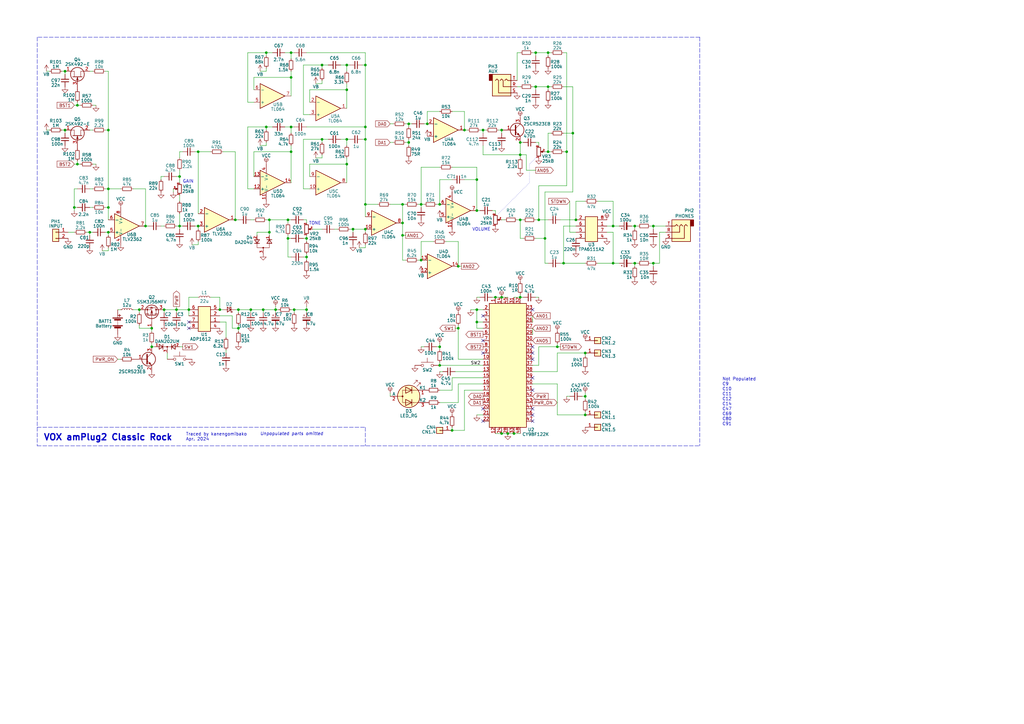
<source format=kicad_sch>
(kicad_sch (version 20231120) (generator "eeschema") (generator_version "8.0")
  (paper "A3")
  (junction (at 44.45 53.34))
  (junction (at 72.39 127))
  (junction (at 260.35 92.71))
  (junction (at 187.96 134.62))
  (junction (at 73.66 72.39))
  (junction (at 224.79 21.59))
  (junction (at 175.26 50.8))
  (junction (at 119.38 52.07))
  (junction (at 113.03 127))
  (junction (at 96.52 90.17))
  (junction (at 231.14 107.95))
  (junction (at 198.12 53.34))
  (junction (at 97.79 127))
  (junction (at 251.46 107.95))
  (junction (at 165.1 96.52))
  (junction (at 208.28 177.8))
  (junction (at 180.34 142.24))
  (junction (at 195.58 86.36))
  (junction (at 267.97 107.95))
  (junction (at 118.11 97.79))
  (junction (at 31.75 67.31))
  (junction (at 172.72 106.68))
  (junction (at 219.71 21.59))
  (junction (at 172.72 83.82))
  (junction (at 180.34 149.86))
  (junction (at 119.38 62.23))
  (junction (at 224.79 35.56))
  (junction (at 149.86 57.15))
  (junction (at 142.24 36.83))
  (junction (at 190.5 53.34))
  (junction (at 109.22 52.07))
  (junction (at 107.95 127))
  (junction (at 110.49 95.25))
  (junction (at 120.65 127))
  (junction (at 97.79 134.62))
  (junction (at 62.23 142.24))
  (junction (at 195.58 73.66))
  (junction (at 205.74 53.34))
  (junction (at 144.78 93.98))
  (junction (at 228.6 142.24))
  (junction (at 44.45 95.25))
  (junction (at 203.2 121.92))
  (junction (at 195.58 132.08))
  (junction (at 223.52 97.79))
  (junction (at 142.24 67.31))
  (junction (at 205.74 121.92))
  (junction (at 149.86 83.82))
  (junction (at 234.95 54.61))
  (junction (at 213.36 90.17))
  (junction (at 180.34 83.82))
  (junction (at 167.64 58.42))
  (junction (at 213.36 121.92))
  (junction (at 62.23 134.62))
  (junction (at 149.86 52.07))
  (junction (at 30.48 85.09))
  (junction (at 185.42 176.53))
  (junction (at 260.35 107.95))
  (junction (at 187.96 109.22))
  (junction (at 90.17 127))
  (junction (at 149.86 26.67))
  (junction (at 110.49 90.17))
  (junction (at 219.71 35.56))
  (junction (at 232.41 62.23))
  (junction (at 210.82 177.8))
  (junction (at 240.03 144.78))
  (junction (at 81.28 92.71))
  (junction (at 119.38 31.75))
  (junction (at 67.31 127))
  (junction (at 205.74 177.8))
  (junction (at 102.87 127))
  (junction (at 165.1 91.44))
  (junction (at 81.28 62.23))
  (junction (at 59.69 92.71))
  (junction (at 240.03 162.56))
  (junction (at 125.73 97.79))
  (junction (at 44.45 85.09))
  (junction (at 251.46 92.71))
  (junction (at 213.36 58.42))
  (junction (at 31.75 43.18))
  (junction (at 236.22 90.17))
  (junction (at 165.1 83.82))
  (junction (at 119.38 21.59))
  (junction (at 26.67 29.21))
  (junction (at 224.79 62.23))
  (junction (at 109.22 21.59))
  (junction (at 44.45 77.47))
  (junction (at 149.86 93.98))
  (junction (at 240.03 170.18))
  (junction (at 213.36 63.5))
  (junction (at 132.08 26.67))
  (junction (at 220.98 90.17))
  (junction (at 57.15 127))
  (junction (at 142.24 26.67))
  (junction (at 73.66 92.71))
  (junction (at 118.11 90.17))
  (junction (at 167.64 50.8))
  (junction (at 267.97 92.71))
  (junction (at 195.58 127))
  (junction (at 125.73 105.41))
  (junction (at 142.24 57.15))
  (junction (at 125.73 127))
  (junction (at 36.83 95.25))
  (junction (at 77.47 127))
  (junction (at 132.08 57.15))
  (junction (at 26.67 53.34))
  (no_connect (at 218.44 167.64))
  (no_connect (at 218.44 142.24))
  (no_connect (at 218.44 160.02))
  (no_connect (at 198.12 139.7))
  (no_connect (at 218.44 144.78))
  (no_connect (at 198.12 129.54))
  (no_connect (at 218.44 147.32))
  (no_connect (at 198.12 172.72))
  (no_connect (at 198.12 167.64))
  (no_connect (at 198.12 144.78))
  (no_connect (at 77.47 134.62))
  (no_connect (at 77.47 132.08))
  (no_connect (at 218.44 154.94))
  (no_connect (at 218.44 172.72))
  (no_connect (at 218.44 170.18))
  (no_connect (at 218.44 127))
  (wire (pts (xy 129.54 64.77) (xy 132.08 64.77)))
  (wire (pts (xy 186.69 152.4) (xy 198.12 152.4)))
  (wire (pts (xy 125.73 125.73) (xy 125.73 127)))
  (wire (pts (xy 149.86 95.25) (xy 149.86 93.98)))
  (wire (pts (xy 228.6 142.24) (xy 229.87 142.24)))
  (wire (pts (xy 260.35 107.95) (xy 260.35 109.22)))
  (wire (pts (xy 132.08 26.67) (xy 124.46 26.67)))
  (wire (pts (xy 233.68 95.25) (xy 236.22 95.25)))
  (wire (pts (xy 125.73 21.59) (xy 149.86 21.59)))
  (wire (pts (xy 195.58 170.18) (xy 198.12 170.18)))
  (wire (pts (xy 101.6 77.47) (xy 104.14 77.47)))
  (wire (pts (xy 260.35 107.95) (xy 261.62 107.95)))
  (wire (pts (xy 180.34 149.86) (xy 198.12 149.86)))
  (wire (pts (xy 233.68 162.56) (xy 232.41 162.56)))
  (wire (pts (xy 71.12 77.47) (xy 71.12 78.74)))
  (wire (pts (xy 86.36 62.23) (xy 81.28 62.23)))
  (wire (pts (xy 81.28 62.23) (xy 81.28 87.63)))
  (wire (pts (xy 231.14 107.95) (xy 231.14 92.71)))
  (wire (pts (xy 27.94 95.25) (xy 30.48 95.25)))
  (wire (pts (xy 147.32 101.6) (xy 149.86 101.6)))
  (wire (pts (xy 219.71 97.79) (xy 223.52 97.79)))
  (wire (pts (xy 124.46 46.99) (xy 127 46.99)))
  (wire (pts (xy 203.2 86.36) (xy 203.2 87.63)))
  (wire (pts (xy 198.12 160.02) (xy 190.5 160.02)))
  (wire (pts (xy 187.96 147.32) (xy 198.12 147.32)))
  (wire (pts (xy 240.03 107.95) (xy 231.14 107.95)))
  (wire (pts (xy 232.41 62.23) (xy 231.14 62.23)))
  (wire (pts (xy 44.45 95.25) (xy 44.45 96.52)))
  (wire (pts (xy 36.83 77.47) (xy 38.1 77.47)))
  (wire (pts (xy 231.14 54.61) (xy 234.95 54.61)))
  (wire (pts (xy 26.67 53.34) (xy 26.67 54.61)))
  (wire (pts (xy 245.11 82.55) (xy 251.46 82.55)))
  (wire (pts (xy 66.04 92.71) (xy 67.31 92.71)))
  (wire (pts (xy 171.45 106.68) (xy 172.72 106.68)))
  (wire (pts (xy 73.66 92.71) (xy 74.93 92.71)))
  (wire (pts (xy 173.99 50.8) (xy 175.26 50.8)))
  (wire (pts (xy 260.35 92.71) (xy 260.35 93.98)))
  (wire (pts (xy 179.07 142.24) (xy 180.34 142.24)))
  (wire (pts (xy 189.23 109.22) (xy 187.96 109.22)))
  (wire (pts (xy 238.76 162.56) (xy 240.03 162.56)))
  (wire (pts (xy 198.12 63.5) (xy 213.36 63.5)))
  (wire (pts (xy 30.48 85.09) (xy 31.75 85.09)))
  (wire (pts (xy 231.14 107.95) (xy 229.87 107.95)))
  (wire (pts (xy 120.65 127) (xy 125.73 127)))
  (wire (pts (xy 165.1 91.44) (xy 165.1 96.52)))
  (wire (pts (xy 223.52 97.79) (xy 223.52 107.95)))
  (wire (pts (xy 203.2 121.92) (xy 205.74 121.92)))
  (wire (pts (xy 234.95 54.61) (xy 234.95 78.74)))
  (wire (pts (xy 132.08 57.15) (xy 124.46 57.15)))
  (wire (pts (xy 31.75 43.18) (xy 33.02 43.18)))
  (wire (pts (xy 218.44 134.62) (xy 218.44 137.16)))
  (wire (pts (xy 118.11 90.17) (xy 118.11 91.44)))
  (wire (pts (xy 118.11 90.17) (xy 119.38 90.17)))
  (wire (pts (xy 273.05 95.25) (xy 270.51 95.25)))
  (wire (pts (xy 73.66 69.85) (xy 73.66 72.39)))
  (wire (pts (xy 219.71 21.59) (xy 219.71 22.86)))
  (wire (pts (xy 44.45 53.34) (xy 44.45 77.47)))
  (wire (pts (xy 73.66 92.71) (xy 73.66 93.98)))
  (wire (pts (xy 125.73 97.79) (xy 125.73 99.06)))
  (wire (pts (xy 148.59 57.15) (xy 149.86 57.15)))
  (wire (pts (xy 143.51 26.67) (xy 142.24 26.67)))
  (wire (pts (xy 224.79 21.59) (xy 224.79 22.86)))
  (wire (pts (xy 143.51 57.15) (xy 142.24 57.15)))
  (wire (pts (xy 198.12 53.34) (xy 198.12 54.61)))
  (wire (pts (xy 66.04 72.39) (xy 67.31 72.39)))
  (wire (pts (xy 204.47 53.34) (xy 205.74 53.34)))
  (wire (pts (xy 104.14 31.75) (xy 119.38 31.75)))
  (wire (pts (xy 127 36.83) (xy 142.24 36.83)))
  (wire (pts (xy 172.72 106.68) (xy 172.72 99.06)))
  (wire (pts (xy 195.58 134.62) (xy 198.12 134.62)))
  (wire (pts (xy 218.44 152.4) (xy 228.6 152.4)))
  (wire (pts (xy 180.34 152.4) (xy 181.61 152.4)))
  (wire (pts (xy 73.66 87.63) (xy 73.66 92.71)))
  (wire (pts (xy 233.68 82.55) (xy 233.68 95.25)))
  (wire (pts (xy 240.03 168.91) (xy 240.03 170.18)))
  (wire (pts (xy 171.45 83.82) (xy 172.72 83.82)))
  (wire (pts (xy 172.72 99.06) (xy 177.8 99.06)))
  (wire (pts (xy 30.48 43.18) (xy 31.75 43.18)))
  (wire (pts (xy 195.58 121.92) (xy 196.85 121.92)))
  (wire (pts (xy 173.99 142.24) (xy 172.72 142.24)))
  (wire (pts (xy 190.5 160.02) (xy 190.5 176.53)))
  (wire (pts (xy 59.69 92.71) (xy 60.96 92.71)))
  (wire (pts (xy 119.38 31.75) (xy 119.38 29.21)))
  (wire (pts (xy 213.36 97.79) (xy 214.63 97.79)))
  (wire (pts (xy 224.79 21.59) (xy 226.06 21.59)))
  (wire (pts (xy 212.09 21.59) (xy 213.36 21.59)))
  (polyline (pts (xy 287.02 15.24) (xy 15.24 15.24)) (stroke (width 0) (type dash)))
  (wire (pts (xy 125.73 52.07) (xy 149.86 52.07)))
  (wire (pts (xy 212.09 35.56) (xy 213.36 35.56)))
  (wire (pts (xy 67.31 127) (xy 72.39 127)))
  (wire (pts (xy 132.08 26.67) (xy 132.08 27.94)))
  (wire (pts (xy 110.49 95.25) (xy 110.49 96.52)))
  (wire (pts (xy 38.1 67.31) (xy 39.37 67.31)))
  (wire (pts (xy 180.34 142.24) (xy 180.34 140.97)))
  (wire (pts (xy 224.79 54.61) (xy 226.06 54.61)))
  (wire (pts (xy 97.79 134.62) (xy 97.79 135.89)))
  (wire (pts (xy 259.08 107.95) (xy 260.35 107.95)))
  (wire (pts (xy 260.35 92.71) (xy 261.62 92.71)))
  (wire (pts (xy 72.39 127) (xy 77.47 127)))
  (wire (pts (xy 240.03 144.78) (xy 240.03 146.05)))
  (wire (pts (xy 25.4 29.21) (xy 26.67 29.21)))
  (wire (pts (xy 218.44 35.56) (xy 219.71 35.56)))
  (wire (pts (xy 66.04 72.39) (xy 66.04 73.66)))
  (wire (pts (xy 132.08 58.42) (xy 132.08 57.15)))
  (wire (pts (xy 101.6 52.07) (xy 109.22 52.07)))
  (wire (pts (xy 142.24 57.15) (xy 142.24 59.69)))
  (wire (pts (xy 213.36 63.5) (xy 215.9 63.5)))
  (wire (pts (xy 90.17 121.92) (xy 90.17 127)))
  (wire (pts (xy 195.58 73.66) (xy 195.58 86.36)))
  (wire (pts (xy 110.49 90.17) (xy 118.11 90.17)))
  (wire (pts (xy 196.85 53.34) (xy 198.12 53.34)))
  (wire (pts (xy 187.96 133.35) (xy 187.96 134.62)))
  (wire (pts (xy 119.38 31.75) (xy 119.38 39.37)))
  (wire (pts (xy 132.08 33.02) (xy 132.08 34.29)))
  (wire (pts (xy 220.98 58.42) (xy 219.71 58.42)))
  (wire (pts (xy 236.22 82.55) (xy 240.03 82.55)))
  (wire (pts (xy 102.87 127) (xy 102.87 128.27)))
  (wire (pts (xy 31.75 67.31) (xy 33.02 67.31)))
  (wire (pts (xy 187.96 134.62) (xy 187.96 147.32)))
  (wire (pts (xy 143.51 93.98) (xy 144.78 93.98)))
  (polyline (pts (xy 287.02 15.24) (xy 287.02 182.88)) (stroke (width 0) (type dash)))
  (wire (pts (xy 44.45 85.09) (xy 44.45 90.17)))
  (wire (pts (xy 185.42 154.94) (xy 185.42 160.02)))
  (wire (pts (xy 132.08 34.29) (xy 129.54 34.29)))
  (wire (pts (xy 72.39 127) (xy 72.39 128.27)))
  (wire (pts (xy 127 41.91) (xy 127 36.83)))
  (wire (pts (xy 109.22 21.59) (xy 111.76 21.59)))
  (wire (pts (xy 44.45 101.6) (xy 44.45 102.87)))
  (wire (pts (xy 167.64 59.69) (xy 167.64 58.42)))
  (wire (pts (xy 172.72 83.82) (xy 173.99 83.82)))
  (wire (pts (xy 125.73 96.52) (xy 125.73 97.79)))
  (wire (pts (xy 139.7 57.15) (xy 142.24 57.15)))
  (wire (pts (xy 210.82 121.92) (xy 213.36 121.92)))
  (wire (pts (xy 215.9 69.85) (xy 219.71 69.85)))
  (wire (pts (xy 234.95 35.56) (xy 234.95 54.61)))
  (wire (pts (xy 207.01 90.17) (xy 205.74 90.17)))
  (wire (pts (xy 228.6 170.18) (xy 240.03 170.18)))
  (wire (pts (xy 228.6 157.48) (xy 218.44 157.48)))
  (wire (pts (xy 119.38 127) (xy 120.65 127)))
  (wire (pts (xy 149.86 26.67) (xy 149.86 52.07)))
  (wire (pts (xy 44.45 29.21) (xy 44.45 53.34)))
  (wire (pts (xy 48.26 147.32) (xy 49.53 147.32)))
  (wire (pts (xy 201.93 86.36) (xy 203.2 86.36)))
  (wire (pts (xy 97.79 127) (xy 102.87 127)))
  (wire (pts (xy 132.08 63.5) (xy 132.08 64.77)))
  (wire (pts (xy 251.46 107.95) (xy 245.11 107.95)))
  (wire (pts (xy 102.87 90.17) (xy 104.14 90.17)))
  (wire (pts (xy 187.96 109.22) (xy 187.96 99.06)))
  (wire (pts (xy 195.58 127) (xy 193.04 127)))
  (wire (pts (xy 213.36 90.17) (xy 214.63 90.17)))
  (wire (pts (xy 142.24 67.31) (xy 142.24 74.93)))
  (wire (pts (xy 187.96 157.48) (xy 198.12 157.48)))
  (wire (pts (xy 104.14 36.83) (xy 104.14 31.75)))
  (wire (pts (xy 25.4 53.34) (xy 26.67 53.34)))
  (wire (pts (xy 228.6 152.4) (xy 228.6 144.78)))
  (wire (pts (xy 97.79 133.35) (xy 97.79 134.62)))
  (wire (pts (xy 228.6 170.18) (xy 228.6 157.48)))
  (wire (pts (xy 26.67 30.48) (xy 26.67 29.21)))
  (wire (pts (xy 109.22 58.42) (xy 109.22 59.69)))
  (wire (pts (xy 180.34 73.66) (xy 180.34 83.82)))
  (wire (pts (xy 127 72.39) (xy 127 67.31)))
  (wire (pts (xy 124.46 97.79) (xy 125.73 97.79)))
  (wire (pts (xy 205.74 121.92) (xy 208.28 121.92)))
  (wire (pts (xy 118.11 97.79) (xy 119.38 97.79)))
  (wire (pts (xy 116.84 52.07) (xy 119.38 52.07)))
  (wire (pts (xy 149.86 57.15) (xy 149.86 83.82)))
  (wire (pts (xy 213.36 121.92) (xy 213.36 120.65)))
  (wire (pts (xy 229.87 90.17) (xy 236.22 90.17)))
  (wire (pts (xy 212.09 90.17) (xy 213.36 90.17)))
  (wire (pts (xy 187.96 165.1) (xy 187.96 157.48)))
  (wire (pts (xy 137.16 93.98) (xy 138.43 93.98)))
  (wire (pts (xy 208.28 177.8) (xy 210.82 177.8)))
  (wire (pts (xy 251.46 95.25) (xy 251.46 107.95)))
  (wire (pts (xy 92.71 144.78) (xy 92.71 143.51)))
  (wire (pts (xy 251.46 82.55) (xy 251.46 92.71)))
  (wire (pts (xy 266.7 92.71) (xy 267.97 92.71)))
  (wire (pts (xy 106.68 59.69) (xy 109.22 59.69)))
  (wire (pts (xy 62.23 142.24) (xy 63.5 142.24)))
  (wire (pts (xy 77.47 127) (xy 77.47 129.54)))
  (wire (pts (xy 195.58 132.08) (xy 195.58 134.62)))
  (wire (pts (xy 68.58 144.78) (xy 68.58 147.32)))
  (wire (pts (xy 223.52 62.23) (xy 224.79 62.23)))
  (wire (pts (xy 266.7 107.95) (xy 267.97 107.95)))
  (wire (pts (xy 198.12 53.34) (xy 199.39 53.34)))
  (wire (pts (xy 90.17 127) (xy 91.44 127)))
  (wire (pts (xy 220.98 121.92) (xy 219.71 121.92)))
  (wire (pts (xy 185.42 175.26) (xy 185.42 176.53)))
  (wire (pts (xy 43.18 85.09) (xy 44.45 85.09)))
  (wire (pts (xy 102.87 127) (xy 107.95 127)))
  (wire (pts (xy 215.9 69.85) (xy 215.9 63.5)))
  (wire (pts (xy 31.75 66.04) (xy 31.75 67.31)))
  (wire (pts (xy 205.74 177.8) (xy 208.28 177.8)))
  (polyline (pts (xy 15.24 182.88) (xy 287.02 182.88)) (stroke (width 0) (type dash)))
  (wire (pts (xy 116.84 21.59) (xy 119.38 21.59)))
  (wire (pts (xy 113.03 125.73) (xy 113.03 127)))
  (wire (pts (xy 72.39 72.39) (xy 73.66 72.39)))
  (polyline (pts (xy 15.24 175.26) (xy 149.86 175.26)) (stroke (width 0) (type dash)))
  (wire (pts (xy 154.94 83.82) (xy 149.86 83.82)))
  (wire (pts (xy 81.28 92.71) (xy 81.28 93.98)))
  (wire (pts (xy 124.46 26.67) (xy 124.46 46.99)))
  (wire (pts (xy 165.1 96.52) (xy 165.1 106.68)))
  (wire (pts (xy 144.78 93.98) (xy 149.86 93.98)))
  (wire (pts (xy 125.73 105.41) (xy 124.46 105.41)))
  (wire (pts (xy 231.14 35.56) (xy 234.95 35.56)))
  (wire (pts (xy 213.36 97.79) (xy 213.36 90.17)))
  (polyline (pts (xy 149.86 175.26) (xy 149.86 182.88)) (stroke (width 0) (type dash)))
  (wire (pts (xy 144.78 93.98) (xy 144.78 95.25)))
  (wire (pts (xy 31.75 77.47) (xy 30.48 77.47)))
  (wire (pts (xy 224.79 54.61) (xy 224.79 62.23)))
  (wire (pts (xy 36.83 85.09) (xy 38.1 85.09)))
  (wire (pts (xy 205.74 53.34) (xy 205.74 54.61)))
  (wire (pts (xy 119.38 105.41) (xy 118.11 105.41)))
  (wire (pts (xy 251.46 107.95) (xy 254 107.95)))
  (wire (pts (xy 251.46 92.71) (xy 248.92 92.71)))
  (wire (pts (xy 72.39 92.71) (xy 73.66 92.71)))
  (wire (pts (xy 148.59 26.67) (xy 149.86 26.67)))
  (wire (pts (xy 120.65 21.59) (xy 119.38 21.59)))
  (wire (pts (xy 160.02 58.42) (xy 161.29 58.42)))
  (polyline (pts (xy 219.71 64.77) (xy 217.17 67.31)) (stroke (width 0) (type dot)))
  (wire (pts (xy 166.37 58.42) (xy 167.64 58.42)))
  (wire (pts (xy 172.72 83.82) (xy 172.72 85.09)))
  (wire (pts (xy 267.97 107.95) (xy 267.97 109.22)))
  (wire (pts (xy 198.12 59.69) (xy 198.12 63.5)))
  (wire (pts (xy 104.14 41.91) (xy 101.6 41.91)))
  (wire (pts (xy 125.73 106.68) (xy 125.73 105.41)))
  (wire (pts (xy 57.15 127) (xy 57.15 128.27)))
  (wire (pts (xy 132.08 57.15) (xy 134.62 57.15)))
  (wire (pts (xy 180.34 148.59) (xy 180.34 149.86)))
  (wire (pts (xy 127 67.31) (xy 142.24 67.31)))
  (wire (pts (xy 124.46 57.15) (xy 124.46 77.47)))
  (wire (pts (xy 240.03 163.83) (xy 240.03 162.56)))
  (wire (pts (xy 224.79 35.56) (xy 226.06 35.56)))
  (wire (pts (xy 92.71 132.08) (xy 92.71 138.43)))
  (wire (pts (xy 119.38 52.07) (xy 120.65 52.07)))
  (wire (pts (xy 62.23 134.62) (xy 62.23 135.89)))
  (wire (pts (xy 96.52 90.17) (xy 97.79 90.17)))
  (wire (pts (xy 120.65 127) (xy 120.65 128.27)))
  (wire (pts (xy 107.95 127) (xy 113.03 127)))
  (wire (pts (xy 180.34 165.1) (xy 187.96 165.1)))
  (wire (pts (xy 81.28 100.33) (xy 81.28 99.06)))
  (wire (pts (xy 43.18 53.34) (xy 44.45 53.34)))
  (wire (pts (xy 219.71 90.17) (xy 220.98 90.17)))
  (wire (pts (xy 101.6 21.59) (xy 101.6 41.91)))
  (wire (pts (xy 180.34 143.51) (xy 180.34 142.24)))
  (wire (pts (xy 224.79 62.23) (xy 226.06 62.23)))
  (wire (pts (xy 167.64 57.15) (xy 167.64 58.42)))
  (wire (pts (xy 95.25 129.54) (xy 95.25 134.62)))
  (wire (pts (xy 43.18 77.47) (xy 44.45 77.47)))
  (wire (pts (xy 105.41 95.25) (xy 110.49 95.25)))
  (wire (pts (xy 210.82 177.8) (xy 213.36 177.8)))
  (wire (pts (xy 142.24 34.29) (xy 142.24 36.83)))
  (wire (pts (xy 109.22 29.21) (xy 109.22 27.94)))
  (wire (pts (xy 267.97 107.95) (xy 270.51 107.95)))
  (wire (pts (xy 73.66 142.24) (xy 74.93 142.24)))
  (wire (pts (xy 72.39 125.73) (xy 72.39 127)))
  (wire (pts (xy 185.42 176.53) (xy 190.5 176.53)))
  (wire (pts (xy 125.73 127) (xy 125.73 128.27)))
  (wire (pts (xy 132.08 26.67) (xy 134.62 26.67)))
  (wire (pts (xy 165.1 83.82) (xy 166.37 83.82)))
  (wire (pts (xy 57.15 133.35) (xy 57.15 134.62)))
  (wire (pts (xy 38.1 43.18) (xy 39.37 43.18)))
  (wire (pts (xy 36.83 95.25) (xy 36.83 96.52)))
  (wire (pts (xy 201.93 121.92) (xy 203.2 121.92)))
  (wire (pts (xy 185.42 73.66) (xy 180.34 73.66)))
  (wire (pts (xy 96.52 127) (xy 97.79 127)))
  (wire (pts (xy 231.14 21.59) (xy 232.41 21.59)))
  (wire (pts (xy 195.58 68.58) (xy 195.58 73.66)))
  (wire (pts (xy 54.61 77.47) (xy 59.69 77.47)))
  (wire (pts (xy 77.47 127) (xy 77.47 121.92)))
  (wire (pts (xy 62.23 142.24) (xy 62.23 140.97)))
  (wire (pts (xy 119.38 52.07) (xy 119.38 54.61)))
  (wire (pts (xy 213.36 63.5) (xy 213.36 64.77)))
  (wire (pts (xy 228.6 140.97) (xy 228.6 142.24)))
  (wire (pts (xy 165.1 91.44) (xy 165.1 83.82)))
  (wire (pts (xy 167.64 50.8) (xy 167.64 52.07)))
  (wire (pts (xy 220.98 149.86) (xy 220.98 142.24)))
  (wire (pts (xy 36.83 95.25) (xy 38.1 95.25)))
  (wire (pts (xy 113.03 127) (xy 113.03 128.27)))
  (wire (pts (xy 90.17 132.08) (xy 92.71 132.08)))
  (wire (pts (xy 232.41 62.23) (xy 232.41 76.2)))
  (wire (pts (xy 182.88 99.06) (xy 187.96 99.06)))
  (wire (pts (xy 125.73 90.17) (xy 124.46 90.17)))
  (wire (pts (xy 142.24 36.83) (xy 142.24 44.45)))
  (wire (pts (xy 185.42 45.72) (xy 190.5 45.72)))
  (wire (pts (xy 195.58 132.08) (xy 198.12 132.08)))
  (wire (pts (xy 240.03 161.29) (xy 240.03 162.56)))
  (wire (pts (xy 109.22 53.34) (xy 109.22 52.07)))
  (wire (pts (xy 142.24 64.77) (xy 142.24 67.31)))
  (wire (pts (xy 218.44 21.59) (xy 219.71 21.59)))
  (wire (pts (xy 43.18 29.21) (xy 44.45 29.21)))
  (wire (pts (xy 59.69 77.47) (xy 59.69 92.71)))
  (wire (pts (xy 223.52 78.74) (xy 234.95 78.74)))
  (wire (pts (xy 44.45 77.47) (xy 44.45 85.09)))
  (wire (pts (xy 90.17 129.54) (xy 95.25 129.54)))
  (wire (pts (xy 73.66 62.23) (xy 74.93 62.23)))
  (wire (pts (xy 30.48 77.47) (xy 30.48 85.09)))
  (wire (pts (xy 259.08 92.71) (xy 260.35 92.71)))
  (wire (pts (xy 190.5 45.72) (xy 190.5 53.34)))
  (wire (pts (xy 198.12 127) (xy 195.58 127)))
  (wire (pts (xy 219.71 21.59) (xy 224.79 21.59)))
  (wire (pts (xy 95.25 134.62) (xy 97.79 134.62)))
  (wire (pts (xy 160.02 50.8) (xy 161.29 50.8)))
  (wire (pts (xy 270.51 95.25) (xy 270.51 107.95)))
  (wire (pts (xy 101.6 52.07) (xy 101.6 77.47)))
  (wire (pts (xy 125.73 91.44) (xy 125.73 90.17)))
  (wire (pts (xy 54.61 127) (xy 57.15 127)))
  (wire (pts (xy 43.18 95.25) (xy 44.45 95.25)))
  (wire (pts (xy 223.52 107.95) (xy 224.79 107.95)))
  (wire (pts (xy 77.47 121.92) (xy 81.28 121.92)))
  (wire (pts (xy 196.85 86.36) (xy 195.58 86.36)))
  (wire (pts (xy 97.79 128.27) (xy 97.79 127)))
  (wire (pts (xy 119.38 62.23) (xy 119.38 74.93)))
  (wire (pts (xy 190.5 73.66) (xy 195.58 73.66)))
  (wire (pts (xy 109.22 29.21) (xy 106.68 29.21)))
  (wire (pts (xy 185.42 68.58) (xy 195.58 68.58)))
  (wire (pts (xy 73.66 74.93) (xy 73.66 72.39)))
  (wire (pts (xy 267.97 92.71) (xy 267.97 93.98)))
  (wire (pts (xy 109.22 22.86) (xy 109.22 21.59)))
  (wire (pts (xy 180.34 45.72) (xy 175.26 45.72)))
  (wire (pts (xy 191.77 53.34) (xy 190.5 53.34)))
  (wire (pts (xy 125.73 104.14) (xy 125.73 105.41)))
  (wire (pts (xy 232.41 62.23) (xy 232.41 21.59)))
  (wire (pts (xy 167.64 50.8) (xy 168.91 50.8)))
  (polyline (pts (xy 204.47 87.63) (xy 217.17 74.93)) (stroke (width 0) (type dot)))
  (wire (pts (xy 231.14 92.71) (xy 236.22 92.71)))
  (wire (pts (xy 119.38 59.69) (xy 119.38 62.23)))
  (wire (pts (xy 139.7 26.67) (xy 142.24 26.67)))
  (wire (pts (xy 213.36 58.42) (xy 213.36 63.5)))
  (polyline (pts (xy 15.24 15.24) (xy 15.24 182.88)) (stroke (width 0) (type dash)))
  (wire (pts (xy 44.45 77.47) (xy 49.53 77.47)))
  (wire (pts (xy 160.02 161.29) (xy 160.02 162.56)))
  (wire (pts (xy 220.98 58.42) (xy 220.98 59.69)))
  (wire (pts (xy 19.05 53.34) (xy 20.32 53.34)))
  (wire (pts (xy 198.12 154.94) (xy 185.42 154.94)))
  (wire (pts (xy 179.07 83.82) (xy 180.34 83.82)))
  (wire (pts (xy 251.46 92.71) (xy 254 92.71)))
  (wire (pts (xy 224.79 35.56) (xy 224.79 36.83)))
  (wire (pts (xy 91.44 62.23) (xy 96.52 62.23)))
  (wire (pts (xy 86.36 121.92) (xy 90.17 121.92)))
  (wire (pts (xy 149.86 21.59) (xy 149.86 26.67)))
  (wire (pts (xy 124.46 77.47) (xy 127 77.47)))
  (wire (pts (xy 160.02 83.82) (xy 165.1 83.82)))
  (wire (pts (xy 104.14 62.23) (xy 119.38 62.23)))
  (wire (pts (xy 212.09 21.59) (xy 212.09 33.02)))
  (wire (pts (xy 57.15 134.62) (xy 62.23 134.62)))
  (wire (pts (xy 172.72 68.58) (xy 172.72 83.82)))
  (wire (pts (xy 149.86 83.82) (xy 149.86 88.9)))
  (wire (pts (xy 80.01 92.71) (xy 81.28 92.71)))
  (wire (pts (xy 118.11 97.79) (xy 118.11 105.41)))
  (wire (pts (xy 109.22 90.17) (xy 110.49 90.17)))
  (wire (pts (xy 30.48 86.36) (xy 30.48 85.09)))
  (wire (pts (xy 248.92 95.25) (xy 251.46 95.25)))
  (wire (pts (xy 220.98 90.17) (xy 224.79 90.17)))
  (wire (pts (xy 38.1 53.34) (xy 36.83 53.34)))
  (wire (pts (xy 31.75 41.91) (xy 31.75 43.18)))
  (wire (pts (xy 19.05 29.21) (xy 20.32 29.21)))
  (wire (pts (xy 236.22 90.17) (xy 236.22 82.55)))
  (wire (pts (xy 219.71 35.56) (xy 219.71 36.83)))
  (wire (pts (xy 219.71 35.56) (xy 224.79 35.56)))
  (wire (pts (xy 232.41 76.2) (xy 220.98 76.2)))
  (wire (pts (xy 101.6 21.59) (xy 109.22 21.59)))
  (wire (pts (xy 48.26 127) (xy 49.53 127)))
  (wire (pts (xy 214.63 121.92) (xy 213.36 121.92)))
  (wire (pts (xy 78.74 100.33) (xy 81.28 100.33)))
  (wire (pts (xy 149.86 100.33) (xy 149.86 101.6)))
  (wire (pts (xy 186.69 134.62) (xy 187.96 134.62)))
  (wire (pts (xy 41.91 102.87) (xy 44.45 102.87)))
  (wire (pts (xy 203.2 177.8) (xy 205.74 177.8)))
  (wire (pts (xy 165.1 106.68) (xy 166.37 106.68)))
  (wire (pts (xy 110.49 90.17) (xy 110.49 95.25)))
  (wire (pts (xy 67.31 127) (xy 67.31 128.27)))
  (wire (pts (xy 118.11 96.52) (xy 118.11 97.79)))
  (wire (pts (xy 180.34 68.58) (xy 172.72 68.58)))
  (wire (pts (xy 218.44 149.86) (xy 220.98 149.86)))
  (wire (pts (xy 228.6 144.78) (xy 240.03 144.78)))
  (wire (pts (xy 180.34 160.02) (xy 185.42 160.02)))
  (wire (pts (xy 81.28 62.23) (xy 80.01 62.23)))
  (wire (pts (xy 109.22 52.07) (xy 111.76 52.07)))
  (wire (pts (xy 223.52 78.74) (xy 223.52 97.79)))
  (wire (pts (xy 96.52 62.23) (xy 96.52 90.17)))
  (wire (pts (xy 113.03 127) (xy 114.3 127)))
  (wire (pts (xy 220.98 76.2) (xy 220.98 90.17)))
  (wire (pts (xy 36.83 29.21) (xy 38.1 29.21)))
  (wire (pts (xy 175.26 45.72) (xy 175.26 50.8)))
  (wire (pts (xy 107.95 127) (xy 107.95 128.27)))
  (wire (pts (xy 35.56 95.25) (xy 36.83 95.25)))
  (wire (pts (xy 30.48 67.31) (xy 31.75 67.31)))
  (wire (pts (xy 142.24 26.67) (xy 142.24 29.21)))
  (wire (pts (xy 73.66 62.23) (xy 73.66 64.77)))
  (polyline (pts (xy 217.17 67.31) (xy 217.17 74.93)) (stroke (width 0) (type dot)))
  (wire (pts (xy 128.27 93.98) (xy 132.08 93.98)))
  (wire (pts (xy 119.38 21.59) (xy 119.38 24.13)))
  (wire (pts (xy 104.14 72.39) (xy 104.14 62.23)))
  (wire (pts (xy 195.58 127) (xy 195.58 132.08)))
  (wire (pts (xy 267.97 92.71) (xy 273.05 92.71)))
  (wire (pts (xy 105.41 96.52) (xy 105.41 95.25)))
  (wire (pts (xy 166.37 50.8) (xy 167.64 50.8)))
  (wire (pts (xy 149.86 52.07) (xy 149.86 57.15)))
  (wire (pts (xy 218.44 129.54) (xy 218.44 132.08)))
  (wire (pts (xy 220.98 142.24) (xy 228.6 142.24)))
  (wire (pts (xy 165.1 96.52) (xy 166.37 96.52)))
  (wire (pts (xy 73.66 80.01) (xy 73.66 82.55)))
  (wire (pts (xy 213.36 58.42) (xy 214.63 58.42)))
  (text "VOX amPlug2 Classic Rock" (at 17.78 180.975 0) (effects (font (size 2.54 2.54) (thickness 0.508) (bold yes)) (justify left bottom)))
  (text "GAIN" (at 74.93 75.2475 0) (effects (font (size 1.27 1.27)) (justify left bottom)))
  (text "TONE" (at 126.6825 92.3925 0) (effects (font (size 1.27 1.27)) (justify left bottom)))
  (text "Unpopulated parts omitted" (at 106.68 178.054 0) (effects (font (size 1.27 1.27) (italic yes)) (justify left)))
  (text "Not Populated\nC9\nC10\nC11\nC12\nC14\nC47\nC69\nC80\nC91" (at 296.2275 164.7825 0) (effects (font (size 1.27 1.27)) (justify left)))
  (text "Traced by kanengomibako\nApr. 2024" (at 76.2 180.975 0) (effects (font (size 1.27 1.27)) (justify left bottom)))
  (text "VOLUME" (at 193.675 94.9325 0) (effects (font (size 1.27 1.27)) (justify left bottom)))
  (label "SW2" (at 193.04 149.86 0))
  (global_label "SW1" (shape output) (at 74.93 142.24 0) (property "Intersheetrefs" "${INTERSHEET_REFS}" (effects (hide yes))))
  (global_label "DA0" (shape output) (at 198.12 162.56 180) (property "Intersheetrefs" "${INTERSHEET_REFS}" (effects (hide yes))))
  (global_label "DA1" (shape output) (at 198.12 165.1 180) (property "Intersheetrefs" "${INTERSHEET_REFS}" (effects (hide yes))))
  (global_label "DA1" (shape input) (at 160.02 58.42 180) (property "Intersheetrefs" "${INTERSHEET_REFS}" (effects (hide yes))))
  (global_label "PWR" (shape input) (at 218.44 162.56 0) (property "Intersheetrefs" "${INTERSHEET_REFS}" (effects (hide yes))))
  (global_label "STDWN" (shape output) (at 229.87 142.24 0) (property "Intersheetrefs" "${INTERSHEET_REFS}" (effects (hide yes))))
  (global_label "BST1" (shape input) (at 30.48 43.18 180) (property "Intersheetrefs" "${INTERSHEET_REFS}" (effects (hide yes))))
  (global_label "BST2" (shape output) (at 198.12 142.24 180) (property "Intersheetrefs" "${INTERSHEET_REFS}" (effects (hide yes))))
  (global_label "DA0" (shape input) (at 160.02 50.8 180) (property "Intersheetrefs" "${INTERSHEET_REFS}" (effects (hide yes))))
  (global_label "AN02" (shape input) (at 218.44 134.62 0) (property "Intersheetrefs" "${INTERSHEET_REFS}" (effects (hide yes))))
  (global_label "BST1" (shape output) (at 198.12 137.16 180) (property "Intersheetrefs" "${INTERSHEET_REFS}" (effects (hide yes))))
  (global_label "AN05" (shape output) (at 219.71 69.85 0) (property "Intersheetrefs" "${INTERSHEET_REFS}" (effects (hide yes))))
  (global_label "PWR_ON" (shape output) (at 218.44 165.1 0) (property "Intersheetrefs" "${INTERSHEET_REFS}" (effects (hide yes))))
  (global_label "AN02" (shape output) (at 189.23 109.22 0) (property "Intersheetrefs" "${INTERSHEET_REFS}" (effects (hide yes))))
  (global_label "AN01" (shape output) (at 166.37 96.52 0) (property "Intersheetrefs" "${INTERSHEET_REFS}" (effects (hide yes))))
  (global_label "PWR_ON" (shape input) (at 48.26 147.32 180) (property "Intersheetrefs" "${INTERSHEET_REFS}" (effects (hide yes))))
  (global_label "STDWN" (shape input) (at 233.68 82.55 180) (property "Intersheetrefs" "${INTERSHEET_REFS}" (effects (hide yes))))
  (global_label "BST2" (shape input) (at 30.48 67.31 180) (property "Intersheetrefs" "${INTERSHEET_REFS}" (effects (hide yes))))
  (global_label "PWR" (shape output) (at 72.39 125.73 90) (property "Intersheetrefs" "${INTERSHEET_REFS}" (effects (hide yes))))
  (global_label "AN05" (shape input) (at 218.44 139.7 0) (property "Intersheetrefs" "${INTERSHEET_REFS}" (effects (hide yes))))
  (global_label "SW1" (shape output) (at 186.69 134.62 180) (property "Intersheetrefs" "${INTERSHEET_REFS}" (effects (hide yes))))
  (global_label "AN01" (shape input) (at 218.44 129.54 0) (property "Intersheetrefs" "${INTERSHEET_REFS}" (effects (hide yes))))
  (symbol (lib_id "myLib:VB") (at 147.32 101.6 0) (unit 1)
    (property "Reference" "#PWR036" (effects (hide yes)))
    (property "Value" "VB" (at 147.32 102.87 0))
  )
  (symbol (lib_id "Device:C_Small") (at 217.17 58.42 270) (unit 1)
    (property "Reference" "C22" (at 217.17 53.975 90))
    (property "Value" "470n" (at 217.17 55.88 90))
    (property "Footprint" "Capacitor_SMD:C_0603_1608Metric" (effects (hide yes)))
  )
  (symbol (lib_id "Device:R_Potentiometer_Small") (at 125.73 93.98 0) (mirror x) (unit 1)
    (property "Reference" "VR2" (at 128.905 95.885 0))
    (property "Value" "25kB" (at 129.2225 97.79 0))
    (property "Footprint" "myFoot:my_Pot_disk_smd" (effects (hide yes)))
  )
  (symbol (lib_id "Amplifier_Operational:TL064") (at 134.62 44.45 0) (mirror x) (unit 1)
    (property "Reference" "U5" (at 137.4775 47.625 0))
    (property "Value" "TL064" (at 137.4775 49.53 0))
    (property "Footprint" "Package_SO:TSSOP-14_4.4x5mm_P0.65mm" (effects (hide yes)))
    (property "Description" "Quad Low-Power JFET-Input Operational Amplifiers, DIP-14/SOIC-14/SSOP-14" (effects (hide yes)))
  )
  (symbol (lib_id "power:GND") (at 73.66 99.06 0) (unit 1)
    (property "Reference" "#PWR027" (effects (hide yes)))
    (property "Value" "GND" (effects (hide yes)))
  )
  (symbol (lib_id "Device:R_Small") (at 52.07 77.47 90) (mirror x) (unit 1)
    (property "Reference" "R85" (at 52.07 73.66 90))
    (property "Value" "47k" (at 52.07 75.565 90))
    (property "Footprint" "Resistor_SMD:R_0603_1608Metric" (effects (hide yes)))
  )
  (symbol (lib_id "power:GND") (at 144.78 100.33 0) (unit 1)
    (property "Reference" "#PWR037" (effects (hide yes)))
    (property "Value" "GND" (effects (hide yes)))
  )
  (symbol (lib_id "Device:R_Small") (at 240.03 148.59 0) (mirror x) (unit 1)
    (property "Reference" "R43" (at 236.855 147.6375 0))
    (property "Value" "100k" (at 236.5375 149.5425 0))
    (property "Footprint" "Resistor_SMD:R_0603_1608Metric" (effects (hide yes)))
  )
  (symbol (lib_id "Device:R_Small") (at 119.38 26.67 0) (mirror y) (unit 1)
    (property "Reference" "R68" (at 116.5225 26.67 0))
    (property "Value" "1.5k" (at 116.205 28.575 0))
    (property "Footprint" "Resistor_SMD:R_0603_1608Metric" (effects (hide yes)))
  )
  (symbol (lib_id "myLib:VB") (at 129.54 64.77 0) (unit 1)
    (property "Reference" "#PWR039" (effects (hide yes)))
    (property "Value" "VB" (at 129.54 66.04 0))
  )
  (symbol (lib_id "Device:R_Small") (at 40.64 29.21 90) (mirror x) (unit 1)
    (property "Reference" "R98" (at 40.64 25.4 90))
    (property "Value" "10k" (at 40.64 27.305 90))
    (property "Footprint" "Resistor_SMD:R_0603_1608Metric" (effects (hide yes)))
  )
  (symbol (lib_id "Device:R_Small") (at 215.9 21.59 270) (unit 1)
    (property "Reference" "R30" (at 215.9 17.78 90))
    (property "Value" "1k" (at 215.9 19.685 90))
    (property "Footprint" "Resistor_SMD:R_0603_1608Metric" (effects (hide yes)))
  )
  (symbol (lib_id "power:GND") (at 27.94 97.79 0) (unit 1)
    (property "Reference" "#PWR030" (effects (hide yes)))
    (property "Value" "GND" (at 27.94 101.2825 0))
  )
  (symbol (lib_id "Device:C_Small") (at 72.39 130.81 180) (unit 1)
    (property "Reference" "C3" (at 73.9775 128.905 0))
    (property "Value" "10u" (at 74.6125 133.0325 0))
    (property "Footprint" "Capacitor_SMD:C_0805_2012Metric" (effects (hide yes)))
  )
  (symbol (lib_id "myLib:VCC") (at 49.53 85.09 0) (unit 1)
    (property "Reference" "#PWR080" (effects (hide yes)))
    (property "Value" "VCC" (at 49.53 81.5975 0))
  )
  (symbol (lib_id "Device:C_Small") (at 198.12 57.15 180) (unit 1)
    (property "Reference" "C112" (at 193.675 57.15 0))
    (property "Value" "4.7n" (at 194.31 59.055 0))
    (property "Footprint" "Capacitor_SMD:C_0603_1608Metric" (effects (hide yes)))
  )
  (symbol (lib_id "Device:C_Small") (at 69.85 72.39 90) (unit 1)
    (property "Reference" "C88" (at 69.85 67.945 90))
    (property "Value" "4.7n" (at 69.85 69.85 90))
    (property "Footprint" "Capacitor_SMD:C_0603_1608Metric" (effects (hide yes)))
  )
  (symbol (lib_id "Device:R_Small") (at 224.79 25.4 0) (mirror y) (unit 1)
    (property "Reference" "R28" (at 227.6475 25.4 0))
    (property "Value" "100k" (at 228.2825 27.305 0))
    (property "Footprint" "Resistor_SMD:R_0603_1608Metric" (effects (hide yes)))
  )
  (symbol (lib_id "Device:R_Small") (at 142.24 62.23 0) (mirror y) (unit 1)
    (property "Reference" "R62" (at 139.3825 62.23 0))
    (property "Value" "1.5k" (at 139.3825 64.135 0))
    (property "Footprint" "Resistor_SMD:R_0603_1608Metric" (effects (hide yes)))
  )
  (symbol (lib_id "Device:C_Small") (at 184.15 152.4 90) (mirror x) (unit 1)
    (property "Reference" "C45" (at 182.88 155.2575 90))
    (property "Value" "4.7u" (at 182.88 157.1625 90))
    (property "Footprint" "Capacitor_SMD:C_0603_1608Metric" (effects (hide yes)))
  )
  (symbol (lib_id "Device:R_Small") (at 109.22 55.88 0) (mirror y) (unit 1)
    (property "Reference" "R63" (at 106.3625 53.975 0))
    (property "Value" "22k" (at 106.3625 55.88 0))
    (property "Footprint" "Resistor_SMD:R_0603_1608Metric" (effects (hide yes)))
  )
  (symbol (lib_id "Device:C_Small") (at 199.39 121.92 90) (unit 1)
    (property "Reference" "C43" (at 199.39 117.475 90))
    (property "Value" "100n" (at 199.39 119.38 90))
    (property "Footprint" "Capacitor_SMD:C_0603_1608Metric" (effects (hide yes)))
  )
  (symbol (lib_id "Device:Q_NPN_BEC") (at 59.69 147.32 0) (unit 1)
    (property "Reference" "Q1" (at 56.1975 150.495 0) (effects (justify left)))
    (property "Value" "2SCR523EB" (at 48.5775 152.4 0) (effects (justify left)))
    (property "Footprint" "Package_TO_SOT_SMD:SOT-523" (effects (hide yes)))
  )
  (symbol (lib_id "Device:C_Small") (at 67.31 130.81 180) (unit 1)
    (property "Reference" "C2" (at 68.8975 128.905 0))
    (property "Value" "100n" (at 69.85 133.0325 0))
    (property "Footprint" "Capacitor_SMD:C_0603_1608Metric" (effects (hide yes)))
  )
  (symbol (lib_id "power:GND") (at 26.67 35.56 0) (unit 1)
    (property "Reference" "#PWR022" (effects (hide yes)))
    (property "Value" "GND" (effects (hide yes)))
  )
  (symbol (lib_id "Device:C_Small") (at 63.5 92.71 270) (unit 1)
    (property "Reference" "C85" (at 63.5 88.265 90))
    (property "Value" "1u" (at 63.5 90.17 90))
    (property "Footprint" "Capacitor_SMD:C_0603_1608Metric" (effects (hide yes)))
  )
  (symbol (lib_id "power:GND") (at 48.26 137.16 0) (unit 1)
    (property "Reference" "#PWR02" (effects (hide yes)))
    (property "Value" "GND" (at 48.26 140.6525 0))
  )
  (symbol (lib_id "Device:C_Small") (at 187.96 73.66 270) (unit 1)
    (property "Reference" "C71" (at 185.1025 72.39 90))
    (property "Value" "1n" (at 190.1825 72.39 90))
    (property "Footprint" "Capacitor_SMD:C_0603_1608Metric" (effects (hide yes)))
  )
  (symbol (lib_id "Device:C_Small") (at 114.3 52.07 270) (unit 1)
    (property "Reference" "C63" (at 114.3 49.53 90))
    (property "Value" "33n" (at 114.3 54.9275 90))
    (property "Footprint" "Capacitor_SMD:C_0603_1608Metric" (effects (hide yes)))
  )
  (symbol (lib_id "Device:R_Potentiometer_Small") (at 203.2 90.17 0) (mirror x) (unit 1)
    (property "Reference" "VR4" (at 200.025 89.535 0))
    (property "Value" "25kB" (at 199.39 91.44 0))
    (property "Footprint" "myFoot:my_Pot_disk_smd" (effects (hide yes)))
  )
  (symbol (lib_id "Device:R_Small") (at 224.79 39.37 0) (mirror x) (unit 1)
    (property "Reference" "R27" (at 227.6475 38.4175 0))
    (property "Value" "100k" (at 228.2825 40.3225 0))
    (property "Footprint" "Resistor_SMD:R_0603_1608Metric" (effects (hide yes)))
  )
  (symbol (lib_id "Device:L_Small") (at 52.07 127 90) (unit 1)
    (property "Reference" "L7" (at 52.07 123.19 90))
    (property "Value" "12u" (at 52.07 125.095 90))
    (property "Footprint" "Resistor_SMD:R_0603_1608Metric" (effects (hide yes)))
    (property "Datasheet" "0.3R" (effects (hide yes)))
  )
  (symbol (lib_id "power:GND") (at 260.35 99.06 0) (unit 1)
    (property "Reference" "#PWR059" (effects (hide yes)))
    (property "Value" "GND" (effects (hide yes)))
  )
  (symbol (lib_id "power:GND") (at 203.2 92.71 0) (unit 1)
    (property "Reference" "#PWR045" (effects (hide yes)))
    (property "Value" "GND" (effects (hide yes)))
  )
  (symbol (lib_id "Device:C_Small") (at 172.72 87.63 180) (unit 1)
    (property "Reference" "C70" (at 168.91 87.63 0))
    (property "Value" "10n" (at 168.91 89.535 0))
    (property "Footprint" "Capacitor_SMD:C_0603_1608Metric" (effects (hide yes)))
  )
  (symbol (lib_id "Device:R_Small") (at 125.73 109.22 0) (mirror y) (unit 1)
    (property "Reference" "R95" (at 128.5875 108.585 0))
    (property "Value" "1.5k" (at 128.905 110.49 0))
    (property "Footprint" "Resistor_SMD:R_0603_1608Metric" (effects (hide yes)))
  )
  (symbol (lib_id "Connector_Generic:Conn_01x01") (at 245.11 170.18 0) (unit 1)
    (property "Reference" "CN1" (at 246.6975 169.2275 0) (effects (justify left)))
    (property "Value" "CN1.1" (at 246.6975 171.1325 0) (effects (justify left)))
    (property "Footprint" "myFoot:my_SmallestPad_0-72mmDrill" (effects (hide yes)))
  )
  (symbol (lib_id "power:GND") (at 240.03 175.26 0) (unit 1)
    (property "Reference" "#PWR01" (effects (hide yes)))
    (property "Value" "GND" (effects (hide yes)))
  )
  (symbol (lib_id "Device:C_Small") (at 102.87 130.81 180) (unit 1)
    (property "Reference" "C4" (at 104.4575 128.905 0))
    (property "Value" "100n" (at 105.41 132.715 0))
    (property "Footprint" "Capacitor_SMD:C_0603_1608Metric" (effects (hide yes)))
  )
  (symbol (lib_id "Device:R_Small") (at 52.07 147.32 270) (unit 1)
    (property "Reference" "R4" (at 52.07 143.51 90))
    (property "Value" "10k" (at 52.07 145.415 90))
    (property "Footprint" "Resistor_SMD:R_0603_1608Metric" (effects (hide yes)))
  )
  (symbol (lib_id "myLib:VB") (at 106.68 29.21 0) (unit 1)
    (property "Reference" "#PWR040" (effects (hide yes)))
    (property "Value" "VB" (at 106.68 30.48 0))
  )
  (symbol (lib_id "Device:R_Small") (at 66.04 76.2 0) (mirror y) (unit 1)
    (property "Reference" "R89" (at 62.865 75.2475 0))
    (property "Value" "22k" (at 62.865 77.1525 0))
    (property "Footprint" "Resistor_SMD:R_0603_1608Metric" (effects (hide yes)))
  )
  (symbol (lib_id "Device:R_Small") (at 119.38 57.15 0) (mirror x) (unit 1)
    (property "Reference" "R64" (at 116.5225 57.15 0))
    (property "Value" "4.7k" (at 116.205 59.055 0))
    (property "Footprint" "Resistor_SMD:R_0603_1608Metric" (effects (hide yes)))
  )
  (symbol (lib_id "myLib:VB") (at 78.74 100.33 0) (unit 1)
    (property "Reference" "#PWR028" (effects (hide yes)))
    (property "Value" "VB" (at 78.74 101.6 0))
  )
  (symbol (lib_id "Device:R_Small") (at 228.6 62.23 270) (mirror x) (unit 1)
    (property "Reference" "R24" (at 228.6 58.42 90))
    (property "Value" "22k" (at 228.6 60.325 90))
    (property "Footprint" "Resistor_SMD:R_0603_1608Metric" (effects (hide yes)))
  )
  (symbol (lib_id "Device:R_Small") (at 167.64 62.23 0) (mirror y) (unit 1)
    (property "Reference" "R49" (at 170.4975 61.2775 0))
    (property "Value" "75R" (at 170.4975 63.1825 0))
    (property "Footprint" "Resistor_SMD:R_0603_1608Metric" (effects (hide yes)))
  )
  (symbol (lib_id "Device:C_Small") (at 219.71 39.37 180) (unit 1)
    (property "Reference" "C29" (at 215.9 39.37 0))
    (property "Value" "1n" (at 216.535 41.275 0))
    (property "Footprint" "Capacitor_SMD:C_0603_1608Metric" (effects (hide yes)))
  )
  (symbol (lib_id "myLib:VCC") (at 228.6 135.89 0) (unit 1)
    (property "Reference" "#PWR075" (effects (hide yes)))
    (property "Value" "VCC" (at 228.6 132.3975 0))
  )
  (symbol (lib_id "Device:R_Small") (at 97.79 130.81 0) (mirror y) (unit 1)
    (property "Reference" "R12" (at 100.6475 128.905 0))
    (property "Value" "100k" (at 100.33 133.6675 0))
    (property "Footprint" "Resistor_SMD:R_0603_1608Metric" (effects (hide yes)))
  )
  (symbol (lib_id "myLib:VCC") (at 109.22 67.31 0) (unit 1)
    (property "Reference" "#PWR079" (effects (hide yes)))
    (property "Value" "VCC" (at 109.22 63.8175 0))
  )
  (symbol (lib_id "Device:R_Small") (at 40.64 53.34 90) (mirror x) (unit 1)
    (property "Reference" "R99" (at 40.64 49.53 90))
    (property "Value" "2.2k" (at 40.64 51.435 90))
    (property "Footprint" "Resistor_SMD:R_0603_1608Metric" (effects (hide yes)))
  )
  (symbol (lib_id "power:GND") (at 62.23 152.4 0) (mirror y) (unit 1)
    (property "Reference" "#PWR03" (effects (hide yes)))
    (property "Value" "GND" (effects (hide yes)))
  )
  (symbol (lib_id "Device:C_Small") (at 77.47 62.23 270) (unit 1)
    (property "Reference" "C89" (at 77.47 57.785 90))
    (property "Value" "100n" (at 77.47 59.69 90))
    (property "Footprint" "Capacitor_SMD:C_0603_1608Metric" (effects (hide yes)))
  )
  (symbol (lib_id "Device:R_Small") (at 142.24 31.75 0) (mirror y) (unit 1)
    (property "Reference" "R66" (at 139.3825 31.75 0))
    (property "Value" "3.3k" (at 139.065 33.655 0))
    (property "Footprint" "Resistor_SMD:R_0603_1608Metric" (effects (hide yes)))
  )
  (symbol (lib_id "Device:C_Small") (at 144.78 97.79 180) (unit 1)
    (property "Reference" "C96" (at 140.97 97.79 0))
    (property "Value" "1n" (at 141.605 99.695 0))
    (property "Footprint" "Capacitor_SMD:C_0603_1608Metric" (effects (hide yes)))
  )
  (symbol (lib_id "Device:R_Small") (at 40.64 85.09 90) (mirror x) (unit 1)
    (property "Reference" "R84" (at 40.64 83.185 90))
    (property "Value" "10k" (at 40.64 86.995 90))
    (property "Footprint" "Resistor_SMD:R_0603_1608Metric" (effects (hide yes)))
  )
  (symbol (lib_id "Device:Q_NJFET_SDG") (at 31.75 31.75 270) (mirror x) (unit 1)
    (property "Reference" "Q4" (at 31.75 24.4475 90))
    (property "Value" "2SK492-E" (at 31.75 26.3525 90))
    (property "Footprint" "Package_TO_SOT_SMD:SOT-23" (effects (hide yes)))
    (property "Description" "N-JFET transistor, source/drain/gate" (effects (hide yes)))
  )
  (symbol (lib_id "power:GND") (at 232.41 162.56 0) (unit 1)
    (property "Reference" "#PWR082" (effects (hide yes)))
    (property "Value" "GND" (effects (hide yes)))
  )
  (symbol (lib_id "power:GND") (at 97.79 140.97 0) (unit 1)
    (property "Reference" "#PWR08" (effects (hide yes)))
    (property "Value" "GND" (effects (hide yes)))
  )
  (symbol (lib_id "Device:Q_NPN_BEC") (at 210.82 53.34 0) (unit 1)
    (property "Reference" "Q3" (at 214.63 48.5775 0) (effects (justify left)))
    (property "Value" "2SCR523EB" (at 214.63 50.8 0) (effects (justify left)))
    (property "Footprint" "Package_TO_SOT_SMD:SOT-523" (effects (hide yes)))
  )
  (symbol (lib_id "Amplifier_Operational:TLV2372") (at 52.07 92.71 0) (unit 3)
    (property "Reference" "U6" (effects (hide yes)))
    (property "Value" "TLV2362" (effects (hide yes)))
    (property "Footprint" "Package_SO:TSSOP-8_4.4x3mm_P0.65mm" (effects (hide yes)))
  )
  (symbol (lib_id "Device:C_Small") (at 219.71 25.4 0) (unit 1)
    (property "Reference" "C30" (at 215.9 25.4 0))
    (property "Value" "1n" (at 216.535 27.305 0))
    (property "Footprint" "Capacitor_SMD:C_0603_1608Metric" (effects (hide yes)))
  )
  (symbol (lib_id "myLib:VCC") (at 240.03 161.29 0) (unit 1)
    (property "Reference" "#PWR081" (effects (hide yes)))
    (property "Value" "VCC" (at 240.03 157.7975 0))
  )
  (symbol (lib_id "Device:C_Small") (at 26.67 57.15 180) (unit 1)
    (property "Reference" "C98" (at 22.86 57.15 0))
    (property "Value" "100n" (at 23.495 59.055 0))
    (property "Footprint" "Capacitor_SMD:C_0603_1608Metric" (effects (hide yes)))
  )
  (symbol (lib_id "Device:R_Small") (at 73.66 67.31 0) (mirror x) (unit 1)
    (property "Reference" "R90" (at 76.5175 66.3575 0))
    (property "Value" "2.2k" (at 76.835 68.2625 0))
    (property "Footprint" "Resistor_SMD:R_0603_1608Metric" (effects (hide yes)))
  )
  (symbol (lib_id "power:GND") (at 78.74 147.32 0) (unit 1)
    (property "Reference" "#PWR04" (effects (hide yes)))
    (property "Value" "GND" (effects (hide yes)))
  )
  (symbol (lib_id "power:GND") (at 240.03 151.13 0) (unit 1)
    (property "Reference" "#PWR083" (effects (hide yes)))
    (property "Value" "GND" (effects (hide yes)))
  )
  (symbol (lib_id "Device:R_Small") (at 228.6 54.61 90) (mirror x) (unit 1)
    (property "Reference" "R23" (at 228.6 50.8 90))
    (property "Value" "22k" (at 228.6 52.705 90))
    (property "Footprint" "Resistor_SMD:R_0603_1608Metric" (effects (hide yes)))
  )
  (symbol (lib_id "Device:C_Small") (at 77.47 92.71 270) (unit 1)
    (property "Reference" "C87" (at 77.47 88.265 90))
    (property "Value" "100n" (at 77.47 90.17 90))
    (property "Footprint" "Capacitor_SMD:C_0603_1608Metric" (effects (hide yes)))
  )
  (symbol (lib_id "Device:R_Small") (at 213.36 67.31 0) (unit 1)
    (property "Reference" "R113" (at 209.8675 66.3575 0))
    (property "Value" "2.2k" (at 210.185 68.2625 0))
    (property "Footprint" "Resistor_SMD:R_0603_1608Metric" (effects (hide yes)))
  )
  (symbol (lib_id "Device:C_Polarized_Small") (at 256.54 107.95 90) (unit 1)
    (property "Reference" "C33" (at 258.445 103.505 90) (effects (justify left)))
    (property "Value" "100u" (at 259.08 105.41 90) (effects (justify left)))
    (property "Footprint" "Capacitor_SMD:CP_Elec_5x5.4" (effects (hide yes)))
  )
  (symbol (lib_id "power:GND") (at 224.79 27.94 0) (unit 1)
    (property "Reference" "#PWR056" (effects (hide yes)))
    (property "Value" "GND" (effects (hide yes)))
  )
  (symbol (lib_id "Device:R_Small") (at 167.64 54.61 0) (mirror y) (unit 1)
    (property "Reference" "R51" (at 170.815 54.61 0))
    (property "Value" "24k" (at 170.815 56.515 0))
    (property "Footprint" "Resistor_SMD:R_0603_1608Metric" (effects (hide yes)))
  )
  (symbol (lib_id "Connector_Audio:AudioJack3") (at 207.01 35.56 0) (mirror x) (unit 1)
    (property "Reference" "PH3" (at 204.1525 27.305 0) (effects (justify right)))
    (property "Value" "AUX" (at 204.1525 29.21 0) (effects (justify right)))
    (property "Footprint" "Connector_Audio:Jack_3.5mm_CUI_SJ-3523-SMT_Horizontal" (effects (hide yes)))
  )
  (symbol (lib_id "Device:C_Small") (at 40.64 95.25 270) (unit 1)
    (property "Reference" "C82" (at 40.64 90.805 90))
    (property "Value" "100n" (at 40.64 92.71 90))
    (property "Footprint" "Capacitor_SMD:C_0603_1608Metric" (effects (hide yes)))
  )
  (symbol (lib_id "Amplifier_Operational:TL064") (at 111.76 39.37 0) (mirror x) (unit 2)
    (property "Reference" "U5" (at 113.9825 42.8625 0))
    (property "Value" "TL064" (at 113.9825 44.7675 0))
    (property "Footprint" "Package_SO:TSSOP-14_4.4x5mm_P0.65mm" (effects (hide yes)))
    (property "Description" "Quad Low-Power JFET-Input Operational Amplifiers, DIP-14/SOIC-14/SSOP-14" (effects (hide yes)))
  )
  (symbol (lib_id "power:GND") (at 193.04 127 0) (unit 1)
    (property "Reference" "#PWR065" (effects (hide yes)))
    (property "Value" "GND" (effects (hide yes)))
  )
  (symbol (lib_id "Device:C_Small") (at 123.19 52.07 270) (unit 1)
    (property "Reference" "C64" (at 123.19 49.2125 90))
    (property "Value" "100n" (at 123.19 54.9275 90))
    (property "Footprint" "Capacitor_SMD:C_0603_1608Metric" (effects (hide yes)))
  )
  (symbol (lib_id "Device:C_Small") (at 236.22 162.56 270) (unit 1)
    (property "Reference" "C42" (at 236.22 158.115 90))
    (property "Value" "100n" (at 236.22 160.02 90))
    (property "Footprint" "Capacitor_SMD:C_0603_1608Metric" (effects (hide yes)))
  )
  (symbol (lib_id "Device:R_Small") (at 264.16 92.71 90) (mirror x) (unit 1)
    (property "Reference" "R36" (at 264.16 88.9 90))
    (property "Value" "10R" (at 264.16 90.805 90))
    (property "Footprint" "Resistor_SMD:R_1206_3216Metric" (effects (hide yes)))
  )
  (symbol (lib_id "Device:R_Small") (at 194.31 53.34 90) (mirror x) (unit 1)
    (property "Reference" "R111" (at 194.31 49.53 90))
    (property "Value" "27k" (at 194.31 51.435 90))
    (property "Footprint" "Resistor_SMD:R_0603_1608Metric" (effects (hide yes)))
  )
  (symbol (lib_id "Connector_Generic:Conn_01x02") (at 22.86 95.25 0) (mirror y) (unit 1)
    (property "Reference" "PH1" (at 22.86 90.805 0))
    (property "Value" "INPUT" (at 22.86 92.71 0))
    (property "Footprint" "myFoot:my_conn" (effects (hide yes)))
  )
  (symbol (lib_id "myLib:VB") (at 125.73 125.73 0) (unit 1)
    (property "Reference" "#PWR015" (effects (hide yes)))
    (property "Value" "VB" (at 125.73 122.2375 0))
  )
  (symbol (lib_id "Device:R_Small") (at 215.9 35.56 90) (mirror x) (unit 1)
    (property "Reference" "R29" (at 215.9 31.75 90))
    (property "Value" "1k" (at 215.9 33.655 90))
    (property "Footprint" "Resistor_SMD:R_0603_1608Metric" (effects (hide yes)))
  )
  (symbol (lib_id "Device:R_Small") (at 240.03 166.37 0) (mirror x) (unit 1)
    (property "Reference" "R42" (at 242.8875 164.7825 0))
    (property "Value" "100k" (at 243.5225 166.6875 0))
    (property "Footprint" "Resistor_SMD:R_0603_1608Metric" (effects (hide yes)))
  )
  (symbol (lib_id "power:GND") (at 267.97 99.06 0) (unit 1)
    (property "Reference" "#PWR060" (effects (hide yes)))
    (property "Value" "GND" (effects (hide yes)))
  )
  (symbol (lib_id "power:GND") (at 208.28 177.8 0) (unit 1)
    (property "Reference" "#PWR064" (effects (hide yes)))
    (property "Value" "GND" (effects (hide yes)))
  )
  (symbol (lib_id "Device:R_Small") (at 33.02 95.25 90) (mirror x) (unit 1)
    (property "Reference" "R81" (at 33.02 91.44 90))
    (property "Value" "2.2k" (at 33.02 93.345 90))
    (property "Footprint" "Resistor_SMD:R_0603_1608Metric" (effects (hide yes)))
  )
  (symbol (lib_id "Device:C_Small") (at 227.33 90.17 270) (unit 1)
    (property "Reference" "C24" (at 227.33 85.725 90))
    (property "Value" "1u" (at 227.33 87.63 90))
    (property "Footprint" "Capacitor_SMD:C_0603_1608Metric" (effects (hide yes)))
  )
  (symbol (lib_id "Device:C_Small") (at 123.19 21.59 270) (unit 1)
    (property "Reference" "C68" (at 123.19 18.7325 90))
    (property "Value" "5.6n" (at 123.19 24.4475 90))
    (property "Footprint" "Capacitor_SMD:C_0603_1608Metric" (effects (hide yes)))
  )
  (symbol (lib_id "Amplifier_Operational:TL064") (at 111.76 74.93 0) (unit 5)
    (property "Reference" "U5" (effects (hide yes)))
    (property "Value" "TL064" (effects (hide yes)))
    (property "Footprint" "Package_SO:TSSOP-14_4.4x5mm_P0.65mm" (effects (hide yes)))
    (property "Description" "Quad Low-Power JFET-Input Operational Amplifiers, DIP-14/SOIC-14/SSOP-14" (effects (hide yes)))
  )
  (symbol (lib_id "Device:R_Small") (at 242.57 82.55 90) (mirror x) (unit 1)
    (property "Reference" "R32" (at 242.57 80.645 90))
    (property "Value" "47k" (at 242.57 84.7725 90))
    (property "Footprint" "Resistor_SMD:R_0603_1608Metric" (effects (hide yes)))
  )
  (symbol (lib_id "Device:C_Small") (at 146.05 26.67 270) (unit 1)
    (property "Reference" "C66" (at 146.05 23.8125 90))
    (property "Value" "6.8n" (at 146.05 29.5275 90))
    (property "Footprint" "Capacitor_SMD:C_0603_1608Metric" (effects (hide yes)))
  )
  (symbol (lib_id "Connector_Generic:Conn_02x04_Counter_Clockwise") (at 241.3 92.71 0) (unit 1)
    (property "Reference" "U3" (at 242.57 100.33 0))
    (property "Value" "TPA6111A2" (at 242.57 102.235 0))
    (property "Footprint" "Package_SO:SOIC-8_3.9x4.9mm_P1.27mm" (effects (hide yes)))
  )
  (symbol (lib_id "myLib:VCC") (at 185.42 170.18 0) (unit 1)
    (property "Reference" "#PWR073" (effects (hide yes)))
    (property "Value" "VCC" (at 185.42 166.6875 0))
  )
  (symbol (lib_id "Device:D_Schottky_Small") (at 93.98 127 180) (unit 1)
    (property "Reference" "D2" (at 93.98 124.7775 0))
    (property "Value" "?" (effects (hide yes)))
    (property "Footprint" "Diode_SMD:D_SOD-323" (effects (hide yes)))
    (property "Description" "Schottky diode, small symbol" (effects (hide yes)))
    (property "Sim.Device" "D" (effects (hide yes)))
    (property "Sim.Pins" "1=K 2=A" (effects (hide yes)))
  )
  (symbol (lib_id "Device:R_Small") (at 180.34 146.05 0) (mirror y) (unit 1)
    (property "Reference" "R41" (at 183.1975 145.0975 0))
    (property "Value" "100k" (at 183.8325 147.0025 0))
    (property "Footprint" "Resistor_SMD:R_0603_1608Metric" (effects (hide yes)))
  )
  (symbol (lib_id "Device:R_Small") (at 213.36 118.11 0) (mirror y) (unit 1)
    (property "Reference" "R10" (at 210.5025 117.1575 0))
    (property "Value" "1R" (at 211.1375 119.0625 0))
    (property "Footprint" "Resistor_SMD:R_0603_1608Metric" (effects (hide yes)))
  )
  (symbol (lib_id "power:GND") (at 220.98 64.77 0) (unit 1)
    (property "Reference" "#PWR050" (effects (hide yes)))
    (property "Value" "GND" (effects (hide yes)))
  )
  (symbol (lib_id "Switch:SW_Push") (at 175.26 149.86 0) (mirror y) (unit 1)
    (property "Reference" "SW2" (at 175.26 151.765 0))
    (property "Value" "SW2" (effects (hide yes)))
    (property "Footprint" "myFoot:my_conn" (effects (hide yes)))
    (property "Description" "Push button switch, generic, two pins" (effects (hide yes)))
  )
  (symbol (lib_id "myLib:VCC") (at 213.36 115.57 0) (unit 1)
    (property "Reference" "#PWR063" (effects (hide yes)))
    (property "Value" "VCC" (at 213.36 112.0775 0))
  )
  (symbol (lib_id "power:GND") (at 219.71 27.94 0) (unit 1)
    (property "Reference" "#PWR057" (effects (hide yes)))
    (property "Value" "GND" (effects (hide yes)))
  )
  (symbol (lib_id "Device:C_Small") (at 171.45 50.8 270) (unit 1)
    (property "Reference" "C46" (at 171.45 46.355 90))
    (property "Value" "1u" (at 171.45 48.26 90))
    (property "Footprint" "Capacitor_SMD:C_0603_1608Metric" (effects (hide yes)))
  )
  (symbol (lib_id "Device:R_Small") (at 92.71 140.97 0) (unit 1)
    (property "Reference" "R13" (at 89.8525 140.0175 0))
    (property "Value" "6.2k" (at 89.535 141.9225 0))
    (property "Footprint" "Resistor_SMD:R_0603_1608Metric" (effects (hide yes)))
  )
  (symbol (lib_id "power:GND") (at 220.98 121.92 0) (unit 1)
    (property "Reference" "#PWR067" (effects (hide yes)))
    (property "Value" "GND" (effects (hide yes)))
  )
  (symbol (lib_id "power:GND") (at 90.17 134.62 0) (unit 1)
    (property "Reference" "#PWR06" (effects (hide yes)))
    (property "Value" "GND" (effects (hide yes)))
  )
  (symbol (lib_id "power:GND") (at 180.34 152.4 0) (unit 1)
    (property "Reference" "#PWR016" (effects (hide yes)))
    (property "Value" "GND" (effects (hide yes)))
  )
  (symbol (lib_id "Device:C_Small") (at 100.33 90.17 270) (unit 1)
    (property "Reference" "C90" (at 100.33 85.725 90))
    (property "Value" "1u" (at 100.33 87.63 90))
    (property "Footprint" "Capacitor_SMD:C_0603_1608Metric" (effects (hide yes)))
  )
  (symbol (lib_id "Device:R_Small") (at 209.55 90.17 90) (mirror x) (unit 1)
    (property "Reference" "R20" (at 209.55 86.36 90))
    (property "Value" "1k" (at 209.55 88.265 90))
    (property "Footprint" "Resistor_SMD:R_0603_1608Metric" (effects (hide yes)))
  )
  (symbol (lib_id "Device:R_Small") (at 118.11 93.98 0) (unit 1)
    (property "Reference" "R93" (at 114.935 93.0275 0))
    (property "Value" "4.7k" (at 114.935 94.9325 0))
    (property "Footprint" "Resistor_SMD:R_0603_1608Metric" (effects (hide yes)))
  )
  (symbol (lib_id "Device:C_Small") (at 121.92 90.17 270) (unit 1)
    (property "Reference" "C92" (at 121.92 85.725 90))
    (property "Value" "4.7n" (at 121.92 87.63 90))
    (property "Footprint" "Capacitor_SMD:C_0603_1608Metric" (effects (hide yes)))
  )
  (symbol (lib_id "Device:C_Small") (at 146.05 57.15 270) (unit 1)
    (property "Reference" "C62" (at 146.05 54.2925 90))
    (property "Value" "1u" (at 146.05 60.0075 90))
    (property "Footprint" "Capacitor_SMD:C_0603_1608Metric" (effects (hide yes)))
  )
  (symbol (lib_id "Device:R_Small") (at 140.97 93.98 90) (mirror x) (unit 1)
    (property "Reference" "R96" (at 140.97 90.17 90))
    (property "Value" "100k" (at 140.97 92.075 90))
    (property "Footprint" "Resistor_SMD:R_0603_1608Metric" (effects (hide yes)))
  )
  (symbol (lib_id "power:GND") (at 102.87 133.35 0) (unit 1)
    (property "Reference" "#PWR09" (effects (hide yes)))
    (property "Value" "GND" (effects (hide yes)))
  )
  (symbol (lib_id "Device:C_Small") (at 73.66 96.52 180) (unit 1)
    (property "Reference" "C86" (at 69.85 96.52 0))
    (property "Value" "4.7n" (at 70.1675 98.425 0))
    (property "Footprint" "Capacitor_SMD:C_0603_1608Metric" (effects (hide yes)))
  )
  (symbol (lib_id "Amplifier_Operational:TL064") (at 111.76 74.93 0) (mirror x) (unit 4)
    (property "Reference" "U5" (at 113.9825 78.4225 0))
    (property "Value" "TL064" (at 113.9825 80.3275 0))
    (property "Footprint" "Package_SO:TSSOP-14_4.4x5mm_P0.65mm" (effects (hide yes)))
    (property "Description" "Quad Low-Power JFET-Input Operational Amplifiers, DIP-14/SOIC-14/SSOP-14" (effects (hide yes)))
  )
  (symbol (lib_id "Device:L_Small") (at 83.82 121.92 90) (unit 1)
    (property "Reference" "L1" (at 83.82 120.015 90))
    (property "Value" "22u" (at 83.82 123.5075 90))
    (property "Footprint" "Inductor_SMD:L_2512_6332Metric" (effects (hide yes)))
  )
  (symbol (lib_id "Device:R_Small") (at 177.8 160.02 90) (mirror x) (unit 1)
    (property "Reference" "R8" (at 177.8 156.21 90))
    (property "Value" "1k" (at 177.8 158.115 90))
    (property "Footprint" "Resistor_SMD:R_0603_1608Metric" (effects (hide yes)))
  )
  (symbol (lib_id "Device:R_Small") (at 69.85 92.71 90) (mirror x) (unit 1)
    (property "Reference" "R86" (at 69.85 88.9 90))
    (property "Value" "22k" (at 69.85 90.805 90))
    (property "Footprint" "Resistor_SMD:R_0603_1608Metric" (effects (hide yes)))
  )
  (symbol (lib_id "Device:R_Small") (at 157.48 83.82 90) (mirror x) (unit 1)
    (property "Reference" "R69" (at 157.48 80.01 90))
    (property "Value" "27k" (at 157.48 81.915 90))
    (property "Footprint" "Resistor_SMD:R_0603_1608Metric" (effects (hide yes)))
  )
  (symbol (lib_id "Device:C_Small") (at 92.71 147.32 0) (mirror x) (unit 1)
    (property "Reference" "C13" (at 90.4875 145.415 0))
    (property "Value" "1n" (at 90.805 149.225 0))
    (property "Footprint" "Capacitor_SMD:C_0603_1608Metric" (effects (hide yes)))
  )
  (symbol (lib_id "Device:R_Small") (at 22.86 29.21 90) (mirror x) (unit 1)
    (property "Reference" "R101" (at 22.86 25.4 90))
    (property "Value" "1M" (at 22.86 27.305 90))
    (property "Footprint" "Resistor_SMD:R_0603_1608Metric" (effects (hide yes)))
  )
  (symbol (lib_id "myLib:VB") (at 175.26 55.88 0) (unit 1)
    (property "Reference" "#PWR046" (effects (hide yes)))
    (property "Value" "VB" (at 175.26 57.15 0))
  )
  (symbol (lib_id "Device:R_Small") (at 264.16 107.95 90) (mirror x) (unit 1)
    (property "Reference" "R35" (at 264.16 104.14 90))
    (property "Value" "10R" (at 264.16 106.045 90))
    (property "Footprint" "Resistor_SMD:R_1206_3216Metric" (effects (hide yes)))
  )
  (symbol (lib_id "myLib:VCC") (at 113.03 125.73 0) (unit 1)
    (property "Reference" "#PWR012" (effects (hide yes)))
    (property "Value" "VCC" (at 113.03 122.2375 0))
  )
  (symbol (lib_id "Device:R_Small") (at 149.86 97.79 0) (mirror y) (unit 1)
    (property "Reference" "R97" (at 152.7175 97.79 0))
    (property "Value" "22k" (at 152.7175 99.695 0))
    (property "Footprint" "Resistor_SMD:R_0603_1608Metric" (effects (hide yes)))
  )
  (symbol (lib_id "Device:C_Small") (at 236.22 100.33 0) (mirror x) (unit 1)
    (property "Reference" "C26" (at 233.9975 98.425 0))
    (property "Value" "220n" (at 233.68 102.235 0))
    (property "Footprint" "Capacitor_SMD:C_0603_1608Metric" (effects (hide yes)))
  )
  (symbol (lib_id "Device:C_Small") (at 114.3 21.59 270) (unit 1)
    (property "Reference" "C67" (at 114.3 18.7325 90))
    (property "Value" "2.7n" (at 114.3 24.4475 90))
    (property "Footprint" "Capacitor_SMD:C_0603_1608Metric" (effects (hide yes)))
  )
  (symbol (lib_id "myLib:VB") (at 172.72 111.76 0) (unit 1)
    (property "Reference" "#PWR042" (effects (hide yes)))
    (property "Value" "VB" (at 172.72 113.03 0))
  )
  (symbol (lib_id "myLib:VB") (at 129.54 34.29 0) (unit 1)
    (property "Reference" "#PWR041" (effects (hide yes)))
    (property "Value" "VB" (at 129.54 35.56 0))
  )
  (symbol (lib_id "power:GND") (at 125.73 133.35 0) (unit 1)
    (property "Reference" "#PWR014" (effects (hide yes)))
    (property "Value" "GND" (effects (hide yes)))
  )
  (symbol (lib_id "Device:R_Small") (at 116.84 127 90) (mirror x) (unit 1)
    (property "Reference" "R6" (at 116.84 123.19 90))
    (property "Value" "10k" (at 116.84 125.095 90))
    (property "Footprint" "Resistor_SMD:R_0603_1608Metric" (effects (hide yes)))
  )
  (symbol (lib_id "Amplifier_Operational:TL064") (at 182.88 53.34 0) (mirror x) (unit 1)
    (property "Reference" "U4" (at 184.15 57.15 0))
    (property "Value" "TL064" (at 184.15 59.055 0))
    (property "Footprint" "Package_SO:TSSOP-14_4.4x5mm_P0.65mm" (effects (hide yes)))
    (property "Description" "Quad Low-Power JFET-Input Operational Amplifiers, DIP-14/SOIC-14/SSOP-14" (effects (hide yes)))
  )
  (symbol (lib_id "Device:Q_NJFET_SDG") (at 31.75 55.88 270) (mirror x) (unit 1)
    (property "Reference" "Q5" (at 31.75 48.895 90))
    (property "Value" "2SK492-E" (at 31.75 50.8 90))
    (property "Footprint" "Package_TO_SOT_SMD:SOT-23" (effects (hide yes)))
    (property "Description" "N-JFET transistor, source/drain/gate" (effects (hide yes)))
  )
  (symbol (lib_id "Device:R_Small") (at 168.91 106.68 90) (mirror x) (unit 1)
    (property "Reference" "R45" (at 168.91 102.87 90))
    (property "Value" "6.2k" (at 168.91 104.775 90))
    (property "Footprint" "Resistor_SMD:R_0603_1608Metric" (effects (hide yes)))
  )
  (symbol (lib_id "Device:R_Potentiometer_Small") (at 73.66 77.47 180) (unit 1)
    (property "Reference" "VR1" (at 76.835 76.5175 0))
    (property "Value" "25kB" (at 77.1525 78.4225 0))
    (property "Footprint" "myFoot:my_Pot_disk_smd" (effects (hide yes)))
  )
  (symbol (lib_id "Device:R_Small") (at 120.65 130.81 0) (mirror y) (unit 1)
    (property "Reference" "R7" (at 118.4275 129.2225 0))
    (property "Value" "10k" (at 117.7925 130.81 0))
    (property "Footprint" "Resistor_SMD:R_0603_1608Metric" (effects (hide yes)))
  )
  (symbol (lib_id "Device:R_Small") (at 217.17 97.79 90) (mirror x) (unit 1)
    (property "Reference" "R21" (at 217.17 93.98 90))
    (property "Value" "22k" (at 217.17 95.885 90))
    (property "Footprint" "Resistor_SMD:R_0603_1608Metric" (effects (hide yes)))
  )
  (symbol (lib_id "Amplifier_Operational:TL064") (at 187.96 86.36 0) (unit 5)
    (property "Reference" "U4" (effects (hide yes)))
    (property "Value" "TL064" (effects (hide yes)))
    (property "Footprint" "Package_SO:TSSOP-14_4.4x5mm_P0.65mm" (effects (hide yes)))
    (property "Description" "Quad Low-Power JFET-Input Operational Amplifiers, DIP-14/SOIC-14/SSOP-14" (effects (hide yes)))
  )
  (symbol (lib_id "Device:R_Small") (at 260.35 96.52 0) (mirror x) (unit 1)
    (property "Reference" "R34" (at 257.4925 96.52 0))
    (property "Value" "1k" (at 258.1275 98.425 0))
    (property "Footprint" "Resistor_SMD:R_0603_1608Metric" (effects (hide yes)))
  )
  (symbol (lib_id "Device:R_Small") (at 22.86 53.34 90) (mirror x) (unit 1)
    (property "Reference" "R103" (at 22.86 49.53 90))
    (property "Value" "1M" (at 22.86 51.435 90))
    (property "Footprint" "Resistor_SMD:R_0603_1608Metric" (effects (hide yes)))
  )
  (symbol (lib_id "Device:R_Small") (at 228.6 21.59 270) (unit 1)
    (property "Reference" "R26" (at 228.6 17.78 90))
    (property "Value" "22k" (at 228.6 19.685 90))
    (property "Footprint" "Resistor_SMD:R_0603_1608Metric" (effects (hide yes)))
  )
  (symbol (lib_id "Device:R_Small") (at 182.88 68.58 90) (mirror x) (unit 1)
    (property "Reference" "R72" (at 182.88 64.77 90))
    (property "Value" "15k" (at 182.88 66.675 90))
    (property "Footprint" "Resistor_SMD:R_0603_1608Metric" (effects (hide yes)))
  )
  (symbol (lib_id "power:GND") (at 36.83 101.6 0) (unit 1)
    (property "Reference" "#PWR019" (effects (hide yes)))
    (property "Value" "GND" (effects (hide yes)))
  )
  (symbol (lib_id "myLib:VCC") (at 213.36 48.26 0) (unit 1)
    (property "Reference" "#PWR047" (effects (hide yes)))
    (property "Value" "VCC" (at 213.36 44.7675 0))
  )
  (symbol (lib_id "Device:Q_PMOS_GSD") (at 62.23 129.54 270) (mirror x) (unit 1)
    (property "Reference" "Q2" (at 62.23 121.92 90))
    (property "Value" "SSM3J56MFV" (at 62.23 123.825 90))
    (property "Footprint" "Package_TO_SOT_SMD:SOT-723" (effects (hide yes)))
    (property "Description" "P-MOSFET transistor, gate/source/drain" (effects (hide yes)))
  )
  (symbol (lib_id "Device:C_Small") (at 217.17 121.92 270) (unit 1)
    (property "Reference" "C41" (at 217.17 117.475 90))
    (property "Value" "4.7u" (at 217.17 119.38 90))
    (property "Footprint" "Capacitor_SMD:C_0603_1608Metric" (effects (hide yes)))
  )
  (symbol (lib_id "Connector_Generic:Conn_01x01") (at 180.34 176.53 180) (unit 1)
    (property "Reference" "CN4" (at 176.8475 175.26 0))
    (property "Value" "CN1.4" (at 175.895 177.165 0))
    (property "Footprint" "myFoot:my_SmallestPad_0-72mmDrill" (effects (hide yes)))
  )
  (symbol (lib_id "power:GND") (at 120.65 133.35 0) (unit 1)
    (property "Reference" "#PWR013" (effects (hide yes)))
    (property "Value" "GND" (effects (hide yes)))
  )
  (symbol (lib_id "Device:R_Small") (at 106.68 90.17 90) (mirror x) (unit 1)
    (property "Reference" "R92" (at 106.68 86.36 90))
    (property "Value" "1k" (at 106.68 88.265 90))
    (property "Footprint" "Resistor_SMD:R_0603_1608Metric" (effects (hide yes)))
  )
  (symbol (lib_id "Device:R_Small") (at 97.79 138.43 0) (mirror y) (unit 1)
    (property "Reference" "R11" (at 100.6475 137.795 0))
    (property "Value" "33k" (at 100.6475 139.7 0))
    (property "Footprint" "Resistor_SMD:R_0603_1608Metric" (effects (hide yes)))
  )
  (symbol (lib_id "myLib:VCC") (at 187.96 128.27 0) (unit 1)
    (property "Reference" "#PWR069" (effects (hide yes)))
    (property "Value" "VCC" (at 187.96 124.7775 0))
  )
  (symbol (lib_id "power:GND") (at 213.36 69.85 0) (unit 1)
    (property "Reference" "#PWR049" (effects (hide yes)))
    (property "Value" "GND" (effects (hide yes)))
  )
  (symbol (lib_id "Device:R_Small") (at 260.35 111.76 0) (mirror x) (unit 1)
    (property "Reference" "R33" (at 257.4925 111.76 0))
    (property "Value" "1k" (at 258.1275 113.665 0))
    (property "Footprint" "Resistor_SMD:R_0603_1608Metric" (effects (hide yes)))
  )
  (symbol (lib_id "power:GND") (at 71.12 78.74 0) (unit 1)
    (property "Reference" "#PWR029" (effects (hide yes)))
    (property "Value" "GND" (effects (hide yes)))
  )
  (symbol (lib_id "power:GND") (at 224.79 41.91 0) (unit 1)
    (property "Reference" "#PWR058" (effects (hide yes)))
    (property "Value" "GND" (effects (hide yes)))
  )
  (symbol (lib_id "Device:R_Small") (at 73.66 85.09 0) (mirror x) (unit 1)
    (property "Reference" "R88" (at 76.5175 84.1375 0))
    (property "Value" "1k" (at 75.8825 86.0425 0))
    (property "Footprint" "Resistor_SMD:R_0603_1608Metric" (effects (hide yes)))
  )
  (symbol (lib_id "power:GND") (at 248.92 97.79 0) (unit 1)
    (property "Reference" "#PWR051" (effects (hide yes)))
    (property "Value" "GND" (effects (hide yes)))
  )
  (symbol (lib_id "Device:C_Small") (at 26.67 33.02 180) (unit 1)
    (property "Reference" "C97" (at 22.86 33.02 0))
    (property "Value" "22n" (at 22.86 34.925 0))
    (property "Footprint" "Capacitor_SMD:C_0603_1608Metric" (effects (hide yes)))
  )
  (symbol (lib_id "Device:C_Small") (at 267.97 96.52 180) (unit 1)
    (property "Reference" "C36" (at 264.16 96.52 0))
    (property "Value" "10n" (at 264.16 98.425 0))
    (property "Footprint" "Capacitor_SMD:C_0603_1608Metric" (effects (hide yes)))
  )
  (symbol (lib_id "Device:C_Small") (at 205.74 57.15 180) (unit 1)
    (property "Reference" "C113" (at 202.8825 59.055 0))
    (property "Value" "1n" (at 202.8825 60.96 0))
    (property "Footprint" "Capacitor_SMD:C_0603_1608Metric" (effects (hide yes)))
  )
  (symbol (lib_id "Device:C_Small") (at 34.29 77.47 270) (unit 1)
    (property "Reference" "C83" (at 34.29 73.025 90))
    (property "Value" "4.7n" (at 34.29 74.93 90))
    (property "Footprint" "Capacitor_SMD:C_0603_1608Metric" (effects (hide yes)))
  )
  (symbol (lib_id "power:GND") (at 185.42 93.98 0) (unit 1)
    (property "Reference" "#PWR077" (effects (hide yes)))
    (property "Value" "GND" (effects (hide yes)))
  )
  (symbol (lib_id "power:GND") (at 205.74 59.69 0) (unit 1)
    (property "Reference" "#PWR048" (effects (hide yes)))
    (property "Value" "GND" (effects (hide yes)))
  )
  (symbol (lib_id "Device:C_Small") (at 134.62 93.98 270) (unit 1)
    (property "Reference" "C95" (at 134.62 89.535 90))
    (property "Value" "33n" (at 134.62 91.44 90))
    (property "Footprint" "Capacitor_SMD:C_0603_1608Metric" (effects (hide yes)))
  )
  (symbol (lib_id "power:GND") (at 273.05 97.79 0) (unit 1)
    (property "Reference" "#PWR032" (effects (hide yes)))
    (property "Value" "GND" (at 273.05 101.2825 0))
  )
  (symbol (lib_id "Device:Battery") (at 48.26 132.08 0) (unit 1)
    (property "Reference" "BATT1" (at 46.0375 131.7625 0) (effects (justify right)))
    (property "Value" "Battery" (at 46.0375 133.6675 0) (effects (justify right)))
    (property "Footprint" "myFoot:my_conn" (effects (hide yes)))
  )
  (symbol (lib_id "Device:R_Small") (at 125.73 101.6 0) (mirror y) (unit 1)
    (property "Reference" "R94" (at 128.5875 100.965 0))
    (property "Value" "10k" (at 128.5875 102.87 0))
    (property "Footprint" "Resistor_SMD:R_0603_1608Metric" (effects (hide yes)))
  )
  (symbol (lib_id "Amplifier_Operational:TL064") (at 187.96 86.36 0) (mirror x) (unit 2)
    (property "Reference" "U4" (at 190.1825 89.8525 0))
    (property "Value" "TL064" (at 190.1825 91.7575 0))
    (property "Footprint" "Package_SO:TSSOP-14_4.4x5mm_P0.65mm" (effects (hide yes)))
    (property "Description" "Quad Low-Power JFET-Input Operational Amplifiers, DIP-14/SOIC-14/SSOP-14" (effects (hide yes)))
  )
  (symbol (lib_id "Device:R_Small") (at 185.42 172.72 0) (mirror y) (unit 1)
    (property "Reference" "R44" (at 182.245 171.45 0))
    (property "Value" "4.7k" (at 182.245 173.355 0))
    (property "Footprint" "Resistor_SMD:R_0603_1608Metric" (effects (hide yes)))
  )
  (symbol (lib_id "Device:C_Small") (at 137.16 57.15 270) (unit 1)
    (property "Reference" "C61" (at 137.16 54.61 90))
    (property "Value" "100n" (at 137.16 60.0075 90))
    (property "Footprint" "Capacitor_SMD:C_0603_1608Metric" (effects (hide yes)))
  )
  (symbol (lib_id "myLib:VCC") (at 160.02 161.29 0) (unit 1)
    (property "Reference" "#PWR072" (effects (hide yes)))
    (property "Value" "VCC" (at 160.02 157.7975 0))
  )
  (symbol (lib_id "Device:C_Small") (at 227.33 107.95 90) (mirror x) (unit 1)
    (property "Reference" "C23" (at 227.33 103.505 90))
    (property "Value" "1u" (at 227.33 105.41 90))
    (property "Footprint" "Capacitor_SMD:C_0603_1608Metric" (effects (hide yes)))
  )
  (symbol (lib_id "Connector_Audio:AudioJack3") (at 278.13 95.25 180) (unit 1)
    (property "Reference" "PH2" (at 280.67 86.36 0) (effects (justify right)))
    (property "Value" "PHONES" (at 276.86 88.5825 0) (effects (justify right)))
    (property "Footprint" "Connector_Audio:Jack_3.5mm_CUI_SJ-3523-SMT_Horizontal" (effects (hide yes)))
  )
  (symbol (lib_id "Device:R_Small") (at 176.53 83.82 90) (mirror x) (unit 1)
    (property "Reference" "R71" (at 176.53 80.01 90))
    (property "Value" "15k" (at 176.53 81.915 90))
    (property "Footprint" "Resistor_SMD:R_0603_1608Metric" (effects (hide yes)))
  )
  (symbol (lib_id "Device:C_Small") (at 121.92 97.79 270) (unit 1)
    (property "Reference" "C93" (at 121.92 93.345 90))
    (property "Value" "220n" (at 121.92 95.25 90))
    (property "Footprint" "Capacitor_SMD:C_0603_1608Metric" (effects (hide yes)))
  )
  (symbol (lib_id "power:GND") (at 49.53 100.33 0) (unit 1)
    (property "Reference" "#PWR05" (effects (hide yes)))
    (property "Value" "GND" (effects (hide yes)))
  )
  (symbol (lib_id "power:GND") (at 172.72 90.17 0) (unit 1)
    (property "Reference" "#PWR044" (effects (hide yes)))
    (property "Value" "GND" (effects (hide yes)))
  )
  (symbol (lib_id "Device:R_Small") (at 31.75 39.37 0) (mirror x) (unit 1)
    (property "Reference" "R100" (at 28.2575 39.0525 0))
    (property "Value" "1M" (at 29.21 40.9575 0))
    (property "Footprint" "Resistor_SMD:R_0603_1608Metric" (effects (hide yes)))
  )
  (symbol (lib_id "Device:R_Small") (at 217.17 90.17 90) (mirror x) (unit 1)
    (property "Reference" "R22" (at 217.17 86.36 90))
    (property "Value" "22k" (at 217.17 88.265 90))
    (property "Footprint" "Resistor_SMD:R_0603_1608Metric" (effects (hide yes)))
  )
  (symbol (lib_id "power:GND") (at 195.58 121.92 0) (unit 1)
    (property "Reference" "#PWR068" (effects (hide yes)))
    (property "Value" "GND" (effects (hide yes)))
  )
  (symbol (lib_id "Device:R_Small") (at 163.83 58.42 90) (mirror x) (unit 1)
    (property "Reference" "R50" (at 163.83 54.61 90))
    (property "Value" "9.1k" (at 163.83 56.515 90))
    (property "Footprint" "Resistor_SMD:R_0603_1608Metric" (effects (hide yes)))
  )
  (symbol (lib_id "Amplifier_Operational:TLV2372") (at 52.07 92.71 0) (mirror x) (unit 2)
    (property "Reference" "U6" (at 53.975 96.2025 0))
    (property "Value" "TLV2362" (at 54.2925 98.1075 0))
    (property "Footprint" "Package_SO:TSSOP-8_4.4x3mm_P0.65mm" (effects (hide yes)))
  )
  (symbol (lib_id "power:GND") (at 113.03 133.35 0) (unit 1)
    (property "Reference" "#PWR011" (effects (hide yes)))
    (property "Value" "GND" (effects (hide yes)))
  )
  (symbol (lib_id "power:GND") (at 267.97 114.3 0) (unit 1)
    (property "Reference" "#PWR062" (effects (hide yes)))
    (property "Value" "GND" (effects (hide yes)))
  )
  (symbol (lib_id "power:GND") (at 170.18 149.86 0) (unit 1)
    (property "Reference" "#PWR084" (effects (hide yes)))
    (property "Value" "GND" (effects (hide yes)))
  )
  (symbol (lib_id "myLib:VB") (at 106.68 59.69 0) (unit 1)
    (property "Reference" "#PWR038" (effects (hide yes)))
    (property "Value" "VB" (at 106.68 60.96 0))
  )
  (symbol (lib_id "Connector_Generic:Conn_01x01") (at 245.11 175.26 0) (unit 1)
    (property "Reference" "CN5" (at 246.6975 174.3075 0) (effects (justify left)))
    (property "Value" "CN1.5" (at 246.6975 176.2125 0) (effects (justify left)))
    (property "Footprint" "myFoot:my_SmallestPad_0-72mmDrill" (effects (hide yes)))
  )
  (symbol (lib_id "power:GND") (at 39.37 43.18 0) (unit 1)
    (property "Reference" "#PWR026" (effects (hide yes)))
    (property "Value" "GND" (effects (hide yes)))
  )
  (symbol (lib_id "Device:R_Small") (at 242.57 107.95 270) (unit 1)
    (property "Reference" "R31" (at 242.57 106.045 90))
    (property "Value" "47k" (at 242.57 110.1725 90))
    (property "Footprint" "Resistor_SMD:R_0603_1608Metric" (effects (hide yes)))
  )
  (symbol (lib_id "Device:C_Small") (at 121.92 105.41 90) (unit 1)
    (property "Reference" "C94" (at 121.92 102.87 90))
    (property "Value" "220n" (at 121.92 107.95 90))
    (property "Footprint" "Capacitor_SMD:C_0603_1608Metric" (effects (hide yes)))
  )
  (symbol (lib_name "Conn_02x04_Counter_Clockwise_1") (lib_id "Connector_Generic:Conn_02x04_Counter_Clockwise") (at 82.55 129.54 0) (unit 1)
    (property "Reference" "U1" (at 83.82 137.16 0))
    (property "Value" "ADP1612" (at 82.2325 139.065 0))
    (property "Footprint" "Package_SO:MSOP-8_3x3mm_P0.65mm" (effects (hide yes)))
  )
  (symbol (lib_id "power:GND") (at 167.64 64.77 0) (unit 1)
    (property "Reference" "#PWR074" (effects (hide yes)))
    (property "Value" "GND" (effects (hide yes)))
  )
  (symbol (lib_id "myLib:VCC") (at 240.03 139.7 0) (unit 1)
    (property "Reference" "#PWR052" (effects (hide yes)))
    (property "Value" "VCC" (at 240.03 136.2075 0))
  )
  (symbol (lib_id "Switch:SW_Push") (at 73.66 147.32 0) (unit 1)
    (property "Reference" "SW1" (at 73.66 149.225 0))
    (property "Value" "SW1" (effects (hide yes)))
    (property "Footprint" "myFoot:my_conn" (effects (hide yes)))
    (property "Description" "Push button switch, generic, two pins" (effects (hide yes)))
  )
  (symbol (lib_id "power:GND") (at 172.72 142.24 0) (unit 1)
    (property "Reference" "#PWR070" (effects (hide yes)))
    (property "Value" "GND" (effects (hide yes)))
  )
  (symbol (lib_id "power:GND") (at 39.37 67.31 0) (unit 1)
    (property "Reference" "#PWR071" (effects (hide yes)))
    (property "Value" "GND" (effects (hide yes)))
  )
  (symbol (lib_id "Device:R_Small") (at 35.56 43.18 90) (mirror x) (unit 1)
    (property "Reference" "R57" (at 35.56 39.37 90))
    (property "Value" "100k" (at 35.56 41.275 90))
    (property "Footprint" "Resistor_SMD:R_0603_1608Metric" (effects (hide yes)))
  )
  (symbol (lib_id "Device:C_Small") (at 34.29 85.09 270) (unit 1)
    (property "Reference" "C84" (at 34.29 82.55 90))
    (property "Value" "2.2n" (at 34.29 87.9475 90))
    (property "Footprint" "Capacitor_SMD:C_0603_1608Metric" (effects (hide yes)))
  )
  (symbol (lib_id "Device:R_Potentiometer_Small") (at 220.98 62.23 0) (mirror x) (unit 1)
    (property "Reference" "VR3" (at 224.155 64.135 0))
    (property "Value" "25kB" (at 224.79 66.04 0))
    (property "Footprint" "myFoot:my_Pot_disk_smd" (effects (hide yes)))
  )
  (symbol (lib_id "myLib:VB") (at 180.34 88.9 0) (unit 1)
    (property "Reference" "#PWR043" (effects (hide yes)))
    (property "Value" "VB" (at 180.34 90.17 0))
  )
  (symbol (lib_id "power:GND") (at 92.71 149.86 0) (unit 1)
    (property "Reference" "#PWR07" (effects (hide yes)))
    (property "Value" "GND" (effects (hide yes)))
  )
  (symbol (lib_id "power:GND") (at 107.95 133.35 0) (unit 1)
    (property "Reference" "#PWR010" (effects (hide yes)))
    (property "Value" "GND" (effects (hide yes)))
  )
  (symbol (lib_id "myLib:VB") (at 19.05 29.21 0) (unit 1)
    (property "Reference" "#PWR025" (effects (hide yes)))
    (property "Value" "VB" (at 19.05 30.48 0))
  )
  (symbol (lib_id "myLib:D_Small_dual_k_common") (at 68.58 142.24 0) (mirror x) (unit 1)
    (property "Reference" "D1" (at 68.58 138.1125 0))
    (property "Value" "DAN202UM" (at 68.58 140.0175 0))
    (property "Footprint" "Package_TO_SOT_SMD:SOT-323_SC-70" (effects (hide yes)))
    (property "Description" "Diode, small symbol" (effects (hide yes)))
  )
  (symbol (lib_id "myLib:VCC") (at 248.92 90.17 0) (unit 1)
    (property "Reference" "#PWR034" (effects (hide yes)))
    (property "Value" "VCC" (at 248.92 86.6775 0))
  )
  (symbol (lib_id "power:GND") (at 30.48 86.36 0) (unit 1)
    (property "Reference" "#PWR021" (effects (hide yes)))
    (property "Value" "GND" (effects (hide yes)))
  )
  (symbol (lib_id "Device:C_Small") (at 107.95 130.81 180) (unit 1)
    (property "Reference" "C5" (at 109.5375 128.905 0))
    (property "Value" "4.7u" (at 110.1725 132.715 0))
    (property "Footprint" "Capacitor_SMD:C_0603_1608Metric" (effects (hide yes)))
  )
  (symbol (lib_id "myLib:D_Small_dual_series2") (at 107.95 101.6 180) (unit 1)
    (property "Reference" "D4" (at 100.965 97.4725 0) (effects (justify right)))
    (property "Value" "DA204U" (at 96.2025 99.3775 0) (effects (justify right)))
    (property "Footprint" "Package_TO_SOT_SMD:SOT-323_SC-70" (effects (hide yes)))
    (property "Description" "Diode, small symbol" (effects (hide yes)))
  )
  (symbol (lib_id "power:GND") (at 195.58 170.18 0) (unit 1)
    (property "Reference" "#PWR066" (effects (hide yes)))
    (property "Value" "GND" (effects (hide yes)))
  )
  (symbol (lib_id "Connector_Generic:Conn_01x01") (at 245.11 139.7 0) (unit 1)
    (property "Reference" "CN2" (at 246.6975 138.7475 0) (effects (justify left)))
    (property "Value" "CN1.2" (at 246.6975 140.6525 0) (effects (justify left)))
    (property "Footprint" "myFoot:my_SmallestPad_0-72mmDrill" (effects (hide yes)))
  )
  (symbol (lib_id "Amplifier_Operational:TL064") (at 134.62 74.93 0) (mirror x) (unit 3)
    (property "Reference" "U5" (at 136.8425 78.4225 0))
    (property "Value" "TL064" (at 136.8425 80.3275 0))
    (property "Footprint" "Package_SO:TSSOP-14_4.4x5mm_P0.65mm" (effects (hide yes)))
    (property "Description" "Quad Low-Power JFET-Input Operational Amplifiers, DIP-14/SOIC-14/SSOP-14" (effects (hide yes)))
  )
  (symbol (lib_id "myLib:VB") (at 41.91 102.87 0) (unit 1)
    (property "Reference" "#PWR020" (effects (hide yes)))
    (property "Value" "VB" (at 41.91 104.14 0))
  )
  (symbol (lib_id "Device:LED_Dual_KAK") (at 167.64 162.56 0) (unit 1)
    (property "Reference" "D3" (at 167.64 168.5925 0))
    (property "Value" "LED_RG" (at 167.64 170.4975 0))
    (property "Footprint" "Connector_PinHeader_2.54mm:PinHeader_1x03_P2.54mm_Vertical" (effects (hide yes)))
    (property "Description" "Dual LED, common anode on pin 2" (effects (hide yes)))
  )
  (symbol (lib_id "Connector_Generic:Conn_02x24_Top_Bottom") (at 208.28 149.86 0) (unit 1)
    (property "Reference" "U2" (at 217.805 176.2125 0))
    (property "Value" "CY9BF122K" (at 219.71 178.1175 0))
    (property "Footprint" "Package_DFN_QFN:QFN-48-1EP_7x7mm_P0.5mm_EP5.1x5.1mm" (effects (hide yes)))
    (property "Description" "Generic connector, double row, 02x24, top/bottom pin numbering scheme (row 1: 1...pins_per_row, row2: pins_per_row+1 ... num_pins), script generated (kicad-library-utils/schlib/autogen/connector/)" (effects (hide yes)))
  )
  (symbol (lib_id "Device:C_Small") (at 137.16 26.67 270) (unit 1)
    (property "Reference" "C65" (at 137.16 23.8125 90))
    (property "Value" "6.8n" (at 137.16 29.5275 90))
    (property "Footprint" "Capacitor_SMD:C_0603_1608Metric" (effects (hide yes)))
  )
  (symbol (lib_id "Device:R_Small") (at 228.6 138.43 0) (mirror y) (unit 1)
    (property "Reference" "R55" (at 231.4575 137.16 0))
    (property "Value" "100k" (at 232.0925 139.065 0))
    (property "Footprint" "Resistor_SMD:R_0603_1608Metric" (effects (hide yes)))
  )
  (symbol (lib_id "Amplifier_Operational:TL064") (at 180.34 109.22 0) (mirror x) (unit 4)
    (property "Reference" "U4" (at 181.9275 103.1875 0))
    (property "Value" "TL064" (at 181.9275 105.0925 0))
    (property "Footprint" "Package_SO:TSSOP-14_4.4x5mm_P0.65mm" (effects (hide yes)))
    (property "Description" "Quad Low-Power JFET-Input Operational Amplifiers, DIP-14/SOIC-14/SSOP-14" (effects (hide yes)))
  )
  (symbol (lib_id "power:GND") (at 212.09 38.1 0) (unit 1)
    (property "Reference" "#PWR054" (effects (hide yes)))
    (property "Value" "GND" (effects (hide yes)))
  )
  (symbol (lib_id "Device:R_Small") (at 109.22 25.4 0) (mirror y) (unit 1)
    (property "Reference" "R67" (at 106.3625 23.495 0))
    (property "Value" "68k" (at 106.3625 25.4 0))
    (property "Footprint" "Resistor_SMD:R_0603_1608Metric" (effects (hide yes)))
  )
  (symbol (lib_id "Device:R_Small") (at 163.83 50.8 90) (mirror x) (unit 1)
    (property "Reference" "R52" (at 163.83 46.99 90))
    (property "Value" "12k" (at 163.83 48.895 90))
    (property "Footprint" "Resistor_SMD:R_0603_1608Metric" (effects (hide yes)))
  )
  (symbol (lib_id "Amplifier_Operational:TL064") (at 157.48 91.44 0) (mirror x) (unit 3)
    (property "Reference" "U4" (at 159.385 95.25 0))
    (property "Value" "TL064" (at 159.385 97.155 0))
    (property "Footprint" "Package_SO:TSSOP-14_4.4x5mm_P0.65mm" (effects (hide yes)))
    (property "Description" "Quad Low-Power JFET-Input Operational Amplifiers, DIP-14/SOIC-14/SSOP-14" (effects (hide yes)))
  )
  (symbol (lib_id "Device:R_Small") (at 201.93 53.34 90) (mirror x) (unit 1)
    (property "Reference" "R112" (at 201.93 49.53 90))
    (property "Value" "22k" (at 201.93 51.435 90))
    (property "Footprint" "Resistor_SMD:R_0603_1608Metric" (effects (hide yes)))
  )
  (symbol (lib_id "Device:C_Small") (at 267.97 111.76 180) (unit 1)
    (property "Reference" "C35" (at 264.16 111.76 0))
    (property "Value" "10n" (at 264.4775 113.665 0))
    (property "Footprint" "Capacitor_SMD:C_0603_1608Metric" (effects (hide yes)))
  )
  (symbol (lib_id "Device:R_Small") (at 35.56 67.31 270) (mirror x) (unit 1)
    (property "Reference" "R58" (at 35.56 63.5 90))
    (property "Value" "100k" (at 35.56 65.405 90))
    (property "Footprint" "Resistor_SMD:R_0603_1608Metric" (effects (hide yes)))
  )
  (symbol (lib_id "Device:C_Polarized_Small") (at 113.03 130.81 0) (unit 1)
    (property "Reference" "C7" (at 113.03 128.905 0) (effects (justify left)))
    (property "Value" "47u" (at 113.03 132.715 0) (effects (justify left)))
    (property "Footprint" "Capacitor_SMD:CP_Elec_5x5.4" (effects (hide yes)))
  )
  (symbol (lib_id "Connector_Generic:Conn_01x01") (at 245.11 144.78 0) (unit 1)
    (property "Reference" "CN3" (at 246.6975 144.145 0) (effects (justify left)))
    (property "Value" "CN1.3" (at 246.6975 146.05 0) (effects (justify left)))
    (property "Footprint" "myFoot:my_SmallestPad_0-72mmDrill" (effects (hide yes)))
  )
  (symbol (lib_id "power:GND") (at 219.71 41.91 0) (unit 1)
    (property "Reference" "#PWR055" (effects (hide yes)))
    (property "Value" "GND" (effects (hide yes)))
  )
  (symbol (lib_id "Device:R_Small") (at 81.28 96.52 0) (mirror y) (unit 1)
    (property "Reference" "R87" (at 84.1375 96.52 0))
    (property "Value" "100k" (at 84.7725 98.425 0))
    (property "Footprint" "Resistor_SMD:R_0603_1608Metric" (effects (hide yes)))
  )
  (symbol (lib_id "power:GND") (at 109.22 82.55 0) (unit 1)
    (property "Reference" "#PWR076" (effects (hide yes)))
    (property "Value" "GND" (effects (hide yes)))
  )
  (symbol (lib_id "power:GND") (at 26.67 59.69 0) (unit 1)
    (property "Reference" "#PWR023" (effects (hide yes)))
    (property "Value" "GND" (effects (hide yes)))
  )
  (symbol (lib_id "power:GND") (at 67.31 133.35 0) (unit 1)
    (property "Reference" "#PWR017" (effects (hide yes)))
    (property "Value" "GND" (effects (hide yes)))
  )
  (symbol (lib_id "power:GND") (at 107.95 104.14 0) (unit 1)
    (property "Reference" "#PWR033" (effects (hide yes)))
    (property "Value" "GND" (effects (hide yes)))
  )
  (symbol (lib_id "Device:R_Small") (at 88.9 62.23 90) (mirror x) (unit 1)
    (property "Reference" "R91" (at 88.9 58.42 90))
    (property "Value" "470k" (at 88.9 60.325 90))
    (property "Footprint" "Resistor_SMD:R_0603_1608Metric" (effects (hide yes)))
  )
  (symbol (lib_id "myLib:VCC") (at 205.74 121.92 0) (unit 1)
    (property "Reference" "#PWR086" (effects (hide yes)))
    (property "Value" "VCC" (at 205.74 118.4275 0))
  )
  (symbol (lib_id "Amplifier_Operational:TLV2372") (at 88.9 90.17 0) (mirror x) (unit 1)
    (property "Reference" "U6" (at 90.4875 93.98 0))
    (property "Value" "TLV2362" (at 91.1225 95.885 0))
    (property "Footprint" "Package_SO:TSSOP-8_4.4x3mm_P0.65mm" (effects (hide yes)))
  )
  (symbol (lib_id "Device:C_Small") (at 199.39 86.36 270) (unit 1)
    (property "Reference" "C21" (at 199.39 81.915 90))
    (property "Value" "1u" (at 199.39 83.82 90))
    (property "Footprint" "Capacitor_SMD:C_0603_1608Metric" (effects (hide yes)))
  )
  (symbol (lib_id "Device:R_Small") (at 180.34 99.06 90) (mirror x) (unit 1)
    (property "Reference" "R46" (at 180.34 95.25 90))
    (property "Value" "100k" (at 180.34 97.155 90))
    (property "Footprint" "Resistor_SMD:R_0603_1608Metric" (effects (hide yes)))
  )
  (symbol (lib_id "power:GND") (at 125.73 111.76 0) (unit 1)
    (property "Reference" "#PWR035" (effects (hide yes)))
    (property "Value" "GND" (effects (hide yes)))
  )
  (symbol (lib_id "power:GND") (at 72.39 133.35 0) (unit 1)
    (property "Reference" "#PWR018" (effects (hide yes)))
    (property "Value" "GND" (effects (hide yes)))
  )
  (symbol (lib_id "Device:C_Small") (at 36.83 99.06 180) (unit 1)
    (property "Reference" "C81" (at 34.6075 97.4725 0))
    (property "Value" "220p" (at 34.29 100.965 0))
    (property "Footprint" "Capacitor_SMD:C_0603_1608Metric" (effects (hide yes)))
  )
  (symbol (lib_id "Device:R_Small") (at 168.91 83.82 270) (mirror x) (unit 1)
    (property "Reference" "R70" (at 168.91 80.01 90))
    (property "Value" "15k" (at 168.91 81.915 90))
    (property "Footprint" "Resistor_SMD:R_0603_1608Metric" (effects (hide yes)))
  )
  (symbol (lib_id "power:GND") (at 260.35 114.3 0) (unit 1)
    (property "Reference" "#PWR061" (effects (hide yes)))
    (property "Value" "GND" (effects (hide yes)))
  )
  (symbol (lib_id "Device:R_Small") (at 57.15 130.81 0) (mirror x) (unit 1)
    (property "Reference" "R2" (at 54.61 129.8575 0))
    (property "Value" "100k" (at 53.6575 131.7625 0))
    (property "Footprint" "Resistor_SMD:R_0603_1608Metric" (effects (hide yes)))
  )
  (symbol (lib_id "Device:R_Small") (at 177.8 165.1 90) (mirror x) (unit 1)
    (property "Reference" "R9" (at 177.8 163.195 90))
    (property "Value" "1k" (at 177.8 167.005 90))
    (property "Footprint" "Resistor_SMD:R_0603_1608Metric" (effects (hide yes)))
  )
  (symbol (lib_id "myLib:VB") (at 19.05 53.34 0) (unit 1)
    (property "Reference" "#PWR024" (effects (hide yes)))
    (property "Value" "VB" (at 19.05 54.61 0))
  )
  (symbol (lib_id "Device:R_Small") (at 182.88 45.72 90) (mirror x) (unit 1)
    (property "Reference" "R53" (at 182.88 43.815 90))
    (property "Value" "10k" (at 182.88 47.625 90))
    (property "Footprint" "Resistor_SMD:R_0603_1608Metric" (effects (hide yes)))
  )
  (symbol (lib_id "Device:R_Small") (at 62.23 138.43 0) (mirror y) (unit 1)
    (property "Reference" "R3" (at 59.69 137.4775 0))
    (property "Value" "1k" (at 59.69 139.3825 0))
    (property "Footprint" "Resistor_SMD:R_0603_1608Metric" (effects (hide yes)))
  )
  (symbol (lib_id "Device:C_Polarized_Small") (at 256.54 92.71 90) (unit 1)
    (property "Reference" "C34" (at 258.445 88.265 90) (effects (justify left)))
    (property "Value" "100u" (at 259.08 90.17 90) (effects (justify left)))
    (property "Footprint" "Capacitor_SMD:CP_Elec_5x5.4" (effects (hide yes)))
  )
  (symbol (lib_id "Device:R_Small") (at 132.08 60.96 0) (mirror y) (unit 1)
    (property "Reference" "R61" (at 129.2225 59.055 0))
    (property "Value" "27k" (at 129.2225 60.96 0))
    (property "Footprint" "Resistor_SMD:R_0603_1608Metric" (effects (hide yes)))
  )
  (symbol (lib_id "Device:C_Polarized_Small") (at 125.73 130.81 0) (unit 1)
    (property "Reference" "C8" (at 125.73 128.905 0) (effects (justify left)))
    (property "Value" "47u" (at 125.73 132.715 0) (effects (justify left)))
    (property "Footprint" "Capacitor_SMD:CP_Elec_5x5.4" (effects (hide yes)))
  )
  (symbol (lib_id "power:GND") (at 236.22 102.87 0) (unit 1)
    (property "Reference" "#PWR053" (effects (hide yes)))
    (property "Value" "GND" (effects (hide yes)))
  )
  (symbol (lib_id "myLib:VCC") (at 180.34 140.97 0) (unit 1)
    (property "Reference" "#PWR085" (effects (hide yes)))
    (property "Value" "VCC" (at 180.34 137.4775 0))
  )
  (symbol (lib_id "Device:R_Small") (at 31.75 63.5 0) (mirror x) (unit 1)
    (property "Reference" "R102" (at 28.2575 63.1825 0))
    (property "Value" "1M" (at 29.21 65.0875 0))
    (property "Footprint" "Resistor_SMD:R_0603_1608Metric" (effects (hide yes)))
  )
  (symbol (lib_id "power:GND") (at 66.04 78.74 0) (unit 1)
    (property "Reference" "#PWR031" (effects (hide yes)))
    (property "Value" "GND" (effects (hide yes)))
  )
  (symbol (lib_id "Device:R_Small") (at 40.64 77.47 90) (mirror x) (unit 1)
    (property "Reference" "R83" (at 40.64 73.66 90))
    (property "Value" "47k" (at 40.64 75.565 90))
    (property "Footprint" "Resistor_SMD:R_0603_1608Metric" (effects (hide yes)))
  )
  (symbol (lib_id "Device:R_Small") (at 228.6 35.56 90) (mirror x) (unit 1)
    (property "Reference" "R25" (at 228.6 31.75 90))
    (property "Value" "22k" (at 228.6 33.655 90))
    (property "Footprint" "Resistor_SMD:R_0603_1608Metric" (effects (hide yes)))
  )
  (symbol (lib_id "myLib:VCC") (at 185.42 78.74 0) (unit 1)
    (property "Reference" "#PWR078" (effects (hide yes)))
    (property "Value" "VCC" (at 187.96 78.74 0))
  )
  (symbol (lib_id "Device:R_Small") (at 44.45 99.06 0) (mirror y) (unit 1)
    (property "Reference" "R82" (at 47.3075 100.33 0))
    (property "Value" "1M" (at 46.6725 102.235 0))
    (property "Footprint" "Resistor_SMD:R_0603_1608Metric" (effects (hide yes)))
  )
  (symbol (lib_id "Device:R_Small") (at 132.08 30.48 0) (mirror y) (unit 1)
    (property "Reference" "R65" (at 129.2225 28.575 0))
    (property "Value" "56k" (at 129.2225 30.48 0))
    (property "Footprint" "Resistor_SMD:R_0603_1608Metric" (effects (hide yes)))
  )
  (symbol (lib_id "Device:R_Small") (at 187.96 130.81 0) (mirror y) (unit 1)
    (property "Reference" "R1" (at 185.7375 129.54 0))
    (property "Value" "10k" (at 185.1025 131.445 0))
    (property "Footprint" "Resistor_SMD:R_0603_1608Metric" (effects (hide yes)))
  )
  (symbol (lib_id "Device:C_Small") (at 176.53 142.24 90) (unit 1)
    (property "Reference" "C44" (at 176.53 139.7 90))
    (property "Value" "100n" (at 176.53 144.78 90))
    (property "Footprint" "Capacitor_SMD:C_0603_1608Metric" (effects (hide yes)))
  )
)
</source>
